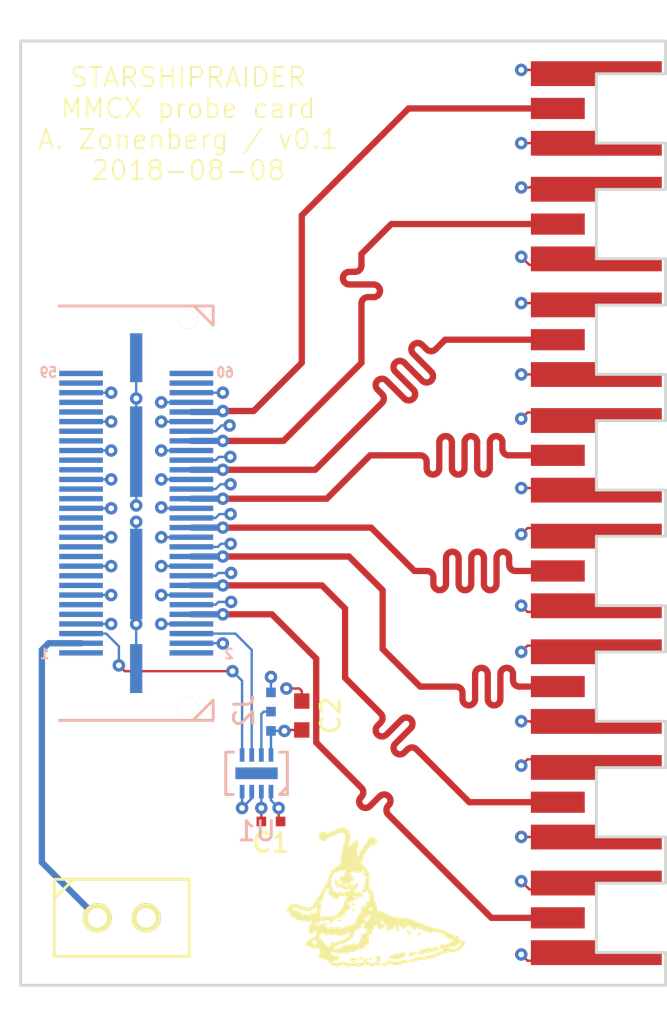
<source format=kicad_pcb>
(kicad_pcb (version 20171130) (host pcbnew "(5.0.1-dev-26-gedbf34c2b)")
  (layers (0 F.Cu signal) (1 In1.Cu signal) (2 In2.Cu signal) (31 B.Cu signal) (34 B.Paste user) (35 F.Paste user) (36 B.SilkS user) (37 F.SilkS user) (38 B.Mask user) (39 F.Mask user) (44 Edge.Cuts user))
  (net 0 "")
  (net 1 /3V3)
  (net 2 /GND)
  (net 3 /EEPROM_WP_N)
  (net 4 /I2C_SCL)
  (net 5 /I2C_SDA)
  (net 6 "Net-(J1-Pad2)")
  (net 7 "Net-(J1-Pad1)")
  (net 8 /VCCO_REF)
  (net 9 /DQ0)
  (net 10 "Net-(J1-Pad9)")
  (net 11 "Net-(J1-Pad11)")
  (net 12 /DQ1)
  (net 13 "Net-(J1-Pad15)")
  (net 14 "Net-(J1-Pad17)")
  (net 15 /DQ2)
  (net 16 "Net-(J1-Pad21)")
  (net 17 "Net-(J1-Pad23)")
  (net 18 /DQ3)
  (net 19 "Net-(J1-Pad27)")
  (net 20 "Net-(J1-Pad29)")
  (net 21 /DQ4)
  (net 22 "Net-(J1-Pad33)")
  (net 23 "Net-(J1-Pad35)")
  (net 24 /DQ5)
  (net 25 "Net-(J1-Pad39)")
  (net 26 "Net-(J1-Pad41)")
  (net 27 /DQ6)
  (net 28 "Net-(J1-Pad45)")
  (net 29 "Net-(J1-Pad47)")
  (net 30 /DQ7)
  (net 31 "Net-(J1-Pad51)")
  (net 32 "Net-(J1-Pad53)")
  (net 33 "Net-(J1-Pad58)")
  (net 34 "Net-(J1-Pad57)")
  (net 35 "Net-(J1-Pad60)")
  (net 36 "Net-(J1-Pad59)")
  (module azonenberg_pcb:CONN_MMCX_J_P_H_ST_EM1 (layer F.Cu) (at 64 22 270)
    (fp_text reference J10 hide)
    (fp_text value CONN_COAXIAL)
    (pad 2 smd rect (at 1.475 -1.705 270) (size 0.625 3.41) (layers F.Cu F.Paste F.Mask) (net 2 /GND))
    (pad 2 smd rect (at -1.475 -1.705 270) (size 0.625 3.41) (layers F.Cu F.Paste F.Mask) (net 2 /GND))
    (pad 2 smd rect (at 2.113 -3.4 270) (size 0.675 6.8) (layers F.Cu F.Paste F.Mask) (net 2 /GND))
    (pad 2 smd rect (at -2.113 -3.4 270) (size 0.675 6.8) (layers F.Cu F.Paste F.Mask) (net 2 /GND))
    (pad 1 smd rect (at 0 -1.4 270) (size 1.1 2.8) (layers F.Cu F.Paste F.Mask) (net 30 /DQ7))
  )
  (module azonenberg_pcb:CONN_MMCX_J_P_H_ST_EM1 (layer F.Cu) (at 64 28 270)
    (fp_text reference J9 hide)
    (fp_text value CONN_COAXIAL)
    (pad 1 smd rect (at 0 -1.4 270) (size 1.1 2.8) (layers F.Cu F.Paste F.Mask) (net 27 /DQ6))
    (pad 2 smd rect (at -2.113 -3.4 270) (size 0.675 6.8) (layers F.Cu F.Paste F.Mask) (net 2 /GND))
    (pad 2 smd rect (at 2.113 -3.4 270) (size 0.675 6.8) (layers F.Cu F.Paste F.Mask) (net 2 /GND))
    (pad 2 smd rect (at -1.475 -1.705 270) (size 0.625 3.41) (layers F.Cu F.Paste F.Mask) (net 2 /GND))
    (pad 2 smd rect (at 1.475 -1.705 270) (size 0.625 3.41) (layers F.Cu F.Paste F.Mask) (net 2 /GND))
  )
  (module azonenberg_pcb:CONN_MMCX_J_P_H_ST_EM1 (layer F.Cu) (at 64 34 270)
    (fp_text reference J8 hide)
    (fp_text value CONN_COAXIAL)
    (pad 2 smd rect (at 1.475 -1.705 270) (size 0.625 3.41) (layers F.Cu F.Paste F.Mask) (net 2 /GND))
    (pad 2 smd rect (at -1.475 -1.705 270) (size 0.625 3.41) (layers F.Cu F.Paste F.Mask) (net 2 /GND))
    (pad 2 smd rect (at 2.113 -3.4 270) (size 0.675 6.8) (layers F.Cu F.Paste F.Mask) (net 2 /GND))
    (pad 2 smd rect (at -2.113 -3.4 270) (size 0.675 6.8) (layers F.Cu F.Paste F.Mask) (net 2 /GND))
    (pad 1 smd rect (at 0 -1.4 270) (size 1.1 2.8) (layers F.Cu F.Paste F.Mask) (net 24 /DQ5))
  )
  (module azonenberg_pcb:CONN_MMCX_J_P_H_ST_EM1 (layer F.Cu) (at 64 40 270)
    (fp_text reference J7 hide)
    (fp_text value CONN_COAXIAL)
    (pad 1 smd rect (at 0 -1.4 270) (size 1.1 2.8) (layers F.Cu F.Paste F.Mask) (net 21 /DQ4))
    (pad 2 smd rect (at -2.113 -3.4 270) (size 0.675 6.8) (layers F.Cu F.Paste F.Mask) (net 2 /GND))
    (pad 2 smd rect (at 2.113 -3.4 270) (size 0.675 6.8) (layers F.Cu F.Paste F.Mask) (net 2 /GND))
    (pad 2 smd rect (at -1.475 -1.705 270) (size 0.625 3.41) (layers F.Cu F.Paste F.Mask) (net 2 /GND))
    (pad 2 smd rect (at 1.475 -1.705 270) (size 0.625 3.41) (layers F.Cu F.Paste F.Mask) (net 2 /GND))
  )
  (module azonenberg_pcb:CONN_MMCX_J_P_H_ST_EM1 (layer F.Cu) (at 64 46 270)
    (fp_text reference J6 hide)
    (fp_text value CONN_COAXIAL)
    (pad 2 smd rect (at 1.475 -1.705 270) (size 0.625 3.41) (layers F.Cu F.Paste F.Mask) (net 2 /GND))
    (pad 2 smd rect (at -1.475 -1.705 270) (size 0.625 3.41) (layers F.Cu F.Paste F.Mask) (net 2 /GND))
    (pad 2 smd rect (at 2.113 -3.4 270) (size 0.675 6.8) (layers F.Cu F.Paste F.Mask) (net 2 /GND))
    (pad 2 smd rect (at -2.113 -3.4 270) (size 0.675 6.8) (layers F.Cu F.Paste F.Mask) (net 2 /GND))
    (pad 1 smd rect (at 0 -1.4 270) (size 1.1 2.8) (layers F.Cu F.Paste F.Mask) (net 18 /DQ3))
  )
  (module azonenberg_pcb:CONN_MMCX_J_P_H_ST_EM1 (layer F.Cu) (at 64 52 270)
    (fp_text reference J5 hide)
    (fp_text value CONN_COAXIAL)
    (pad 1 smd rect (at 0 -1.4 270) (size 1.1 2.8) (layers F.Cu F.Paste F.Mask) (net 15 /DQ2))
    (pad 2 smd rect (at -2.113 -3.4 270) (size 0.675 6.8) (layers F.Cu F.Paste F.Mask) (net 2 /GND))
    (pad 2 smd rect (at 2.113 -3.4 270) (size 0.675 6.8) (layers F.Cu F.Paste F.Mask) (net 2 /GND))
    (pad 2 smd rect (at -1.475 -1.705 270) (size 0.625 3.41) (layers F.Cu F.Paste F.Mask) (net 2 /GND))
    (pad 2 smd rect (at 1.475 -1.705 270) (size 0.625 3.41) (layers F.Cu F.Paste F.Mask) (net 2 /GND))
  )
  (module azonenberg_pcb:CONN_MMCX_J_P_H_ST_EM1 (layer F.Cu) (at 64 58 270)
    (fp_text reference J4 hide)
    (fp_text value CONN_COAXIAL)
    (pad 2 smd rect (at 1.475 -1.705 270) (size 0.625 3.41) (layers F.Cu F.Paste F.Mask) (net 2 /GND))
    (pad 2 smd rect (at -1.475 -1.705 270) (size 0.625 3.41) (layers F.Cu F.Paste F.Mask) (net 2 /GND))
    (pad 2 smd rect (at 2.113 -3.4 270) (size 0.675 6.8) (layers F.Cu F.Paste F.Mask) (net 2 /GND))
    (pad 2 smd rect (at -2.113 -3.4 270) (size 0.675 6.8) (layers F.Cu F.Paste F.Mask) (net 2 /GND))
    (pad 1 smd rect (at 0 -1.4 270) (size 1.1 2.8) (layers F.Cu F.Paste F.Mask) (net 12 /DQ1))
  )
  (module azonenberg_pcb:CONN_MMCX_J_P_H_ST_EM1 (layer F.Cu) (at 64 64 270)
    (fp_text reference J3 hide)
    (fp_text value CONN_COAXIAL)
    (pad 1 smd rect (at 0 -1.4 270) (size 1.1 2.8) (layers F.Cu F.Paste F.Mask) (net 9 /DQ0))
    (pad 2 smd rect (at -2.113 -3.4 270) (size 0.675 6.8) (layers F.Cu F.Paste F.Mask) (net 2 /GND))
    (pad 2 smd rect (at 2.113 -3.4 270) (size 0.675 6.8) (layers F.Cu F.Paste F.Mask) (net 2 /GND))
    (pad 2 smd rect (at -1.475 -1.705 270) (size 0.625 3.41) (layers F.Cu F.Paste F.Mask) (net 2 /GND))
    (pad 2 smd rect (at 1.475 -1.705 270) (size 0.625 3.41) (layers F.Cu F.Paste F.Mask) (net 2 /GND))
  )
  (module azonenberg_pcb:CONN_HEADER_2.54MM_1x2 (layer F.Cu) (at 42.75 64)
    (fp_text reference J11 hide)
    (fp_text value CONN_01X02)
    (pad 1 thru_hole circle (at -1.27 0) (size 1.524 1.524) (drill 1) (layers *.Cu *.Mask F.SilkS) (net 8 /VCCO_REF))
    (pad 2 thru_hole circle (at 1.27 0) (size 1.524 1.524) (drill 1) (layers *.Cu *.Mask F.SilkS) (net 2 /GND))
  )
  (module azonenberg_pcb:CONN_SAMTEC_QSH-030-01-L-D-A (layer B.Cu) (at 43.5 43)
    (fp_text reference J1 hide)
    (fp_text value STARSHIPRAIDER_PROBE_MODULE hide)
    (fp_text user 59 (at -4.565 -7.3) (layer B.SilkS) (effects (font (size 0.508 0.457) (thickness 0.11425)) (justify mirror)))
    (fp_text user 60 (at 4.615 -7.3) (layer B.SilkS) (effects (font (size 0.508 0.457) (thickness 0.11425)) (justify mirror)))
    (fp_text user 2 (at 4.815 7.3) (layer B.SilkS) (effects (font (size 0.508 0.457) (thickness 0.11425)) (justify mirror)))
    (fp_text user 1 (at -4.765 7.3) (layer B.SilkS) (effects (font (size 0.508 0.457) (thickness 0.11425)) (justify mirror)))
    (pad 2 smd rect (at 2.865 7.25) (size 2.27 0.279) (layers B.Cu B.Paste B.Mask) (net 6 "Net-(J1-Pad2)"))
    (pad 1 smd rect (at -2.865 7.25) (size 2.27 0.279) (layers B.Cu B.Paste B.Mask) (net 7 "Net-(J1-Pad1)"))
    (pad 4 smd rect (at 2.865 6.75) (size 2.27 0.279) (layers B.Cu B.Paste B.Mask) (net 1 /3V3))
    (pad 3 smd rect (at -2.865 6.75) (size 2.27 0.279) (layers B.Cu B.Paste B.Mask) (net 8 /VCCO_REF))
    (pad 6 smd rect (at 2.865 6.25) (size 2.27 0.279) (layers B.Cu B.Paste B.Mask) (net 5 /I2C_SDA))
    (pad 5 smd rect (at -2.865 6.25) (size 2.27 0.279) (layers B.Cu B.Paste B.Mask) (net 4 /I2C_SCL))
    (pad 8 smd rect (at 2.865 5.75) (size 2.27 0.279) (layers B.Cu B.Paste B.Mask) (net 2 /GND))
    (pad 7 smd rect (at -2.865 5.75) (size 2.27 0.279) (layers B.Cu B.Paste B.Mask) (net 2 /GND))
    (pad 10 smd rect (at 2.865 5.25) (size 2.27 0.279) (layers B.Cu B.Paste B.Mask) (net 9 /DQ0))
    (pad 9 smd rect (at -2.865 5.25) (size 2.27 0.279) (layers B.Cu B.Paste B.Mask) (net 10 "Net-(J1-Pad9)"))
    (pad 12 smd rect (at 2.865 4.75) (size 2.27 0.279) (layers B.Cu B.Paste B.Mask) (net 2 /GND))
    (pad 11 smd rect (at -2.865 4.75) (size 2.27 0.279) (layers B.Cu B.Paste B.Mask) (net 11 "Net-(J1-Pad11)"))
    (pad 14 smd rect (at 2.865 4.25) (size 2.27 0.279) (layers B.Cu B.Paste B.Mask) (net 2 /GND))
    (pad 13 smd rect (at -2.865 4.25) (size 2.27 0.279) (layers B.Cu B.Paste B.Mask) (net 2 /GND))
    (pad 16 smd rect (at 2.865 3.75) (size 2.27 0.279) (layers B.Cu B.Paste B.Mask) (net 12 /DQ1))
    (pad 15 smd rect (at -2.865 3.75) (size 2.27 0.279) (layers B.Cu B.Paste B.Mask) (net 13 "Net-(J1-Pad15)"))
    (pad 18 smd rect (at 2.865 3.25) (size 2.27 0.279) (layers B.Cu B.Paste B.Mask) (net 2 /GND))
    (pad 17 smd rect (at -2.865 3.25) (size 2.27 0.279) (layers B.Cu B.Paste B.Mask) (net 14 "Net-(J1-Pad17)"))
    (pad 20 smd rect (at 2.865 2.75) (size 2.27 0.279) (layers B.Cu B.Paste B.Mask) (net 2 /GND))
    (pad 19 smd rect (at -2.865 2.75) (size 2.27 0.279) (layers B.Cu B.Paste B.Mask) (net 2 /GND))
    (pad 22 smd rect (at 2.865 2.25) (size 2.27 0.279) (layers B.Cu B.Paste B.Mask) (net 15 /DQ2))
    (pad 21 smd rect (at -2.865 2.25) (size 2.27 0.279) (layers B.Cu B.Paste B.Mask) (net 16 "Net-(J1-Pad21)"))
    (pad 24 smd rect (at 2.865 1.75) (size 2.27 0.279) (layers B.Cu B.Paste B.Mask) (net 2 /GND))
    (pad 23 smd rect (at -2.865 1.75) (size 2.27 0.279) (layers B.Cu B.Paste B.Mask) (net 17 "Net-(J1-Pad23)"))
    (pad 26 smd rect (at 2.865 1.25) (size 2.27 0.279) (layers B.Cu B.Paste B.Mask) (net 2 /GND))
    (pad 25 smd rect (at -2.865 1.25) (size 2.27 0.279) (layers B.Cu B.Paste B.Mask) (net 2 /GND))
    (pad 28 smd rect (at 2.865 0.75) (size 2.27 0.279) (layers B.Cu B.Paste B.Mask) (net 18 /DQ3))
    (pad 27 smd rect (at -2.865 0.75) (size 2.27 0.279) (layers B.Cu B.Paste B.Mask) (net 19 "Net-(J1-Pad27)"))
    (pad 30 smd rect (at 2.865 0.25) (size 2.27 0.279) (layers B.Cu B.Paste B.Mask) (net 2 /GND))
    (pad 29 smd rect (at -2.865 0.25) (size 2.27 0.279) (layers B.Cu B.Paste B.Mask) (net 20 "Net-(J1-Pad29)"))
    (pad 32 smd rect (at 2.865 -0.25) (size 2.27 0.279) (layers B.Cu B.Paste B.Mask) (net 2 /GND))
    (pad 31 smd rect (at -2.865 -0.25) (size 2.27 0.279) (layers B.Cu B.Paste B.Mask) (net 2 /GND))
    (pad 34 smd rect (at 2.865 -0.75) (size 2.27 0.279) (layers B.Cu B.Paste B.Mask) (net 21 /DQ4))
    (pad 33 smd rect (at -2.865 -0.75) (size 2.27 0.279) (layers B.Cu B.Paste B.Mask) (net 22 "Net-(J1-Pad33)"))
    (pad 36 smd rect (at 2.865 -1.25) (size 2.27 0.279) (layers B.Cu B.Paste B.Mask) (net 2 /GND))
    (pad 35 smd rect (at -2.865 -1.25) (size 2.27 0.279) (layers B.Cu B.Paste B.Mask) (net 23 "Net-(J1-Pad35)"))
    (pad 38 smd rect (at 2.865 -1.75) (size 2.27 0.279) (layers B.Cu B.Paste B.Mask) (net 2 /GND))
    (pad 37 smd rect (at -2.865 -1.75) (size 2.27 0.279) (layers B.Cu B.Paste B.Mask) (net 2 /GND))
    (pad 40 smd rect (at 2.865 -2.25) (size 2.27 0.279) (layers B.Cu B.Paste B.Mask) (net 24 /DQ5))
    (pad 39 smd rect (at -2.865 -2.25) (size 2.27 0.279) (layers B.Cu B.Paste B.Mask) (net 25 "Net-(J1-Pad39)"))
    (pad 42 smd rect (at 2.865 -2.75) (size 2.27 0.279) (layers B.Cu B.Paste B.Mask) (net 2 /GND))
    (pad 41 smd rect (at -2.865 -2.75) (size 2.27 0.279) (layers B.Cu B.Paste B.Mask) (net 26 "Net-(J1-Pad41)"))
    (pad 44 smd rect (at 2.865 -3.25) (size 2.27 0.279) (layers B.Cu B.Paste B.Mask) (net 2 /GND))
    (pad 43 smd rect (at -2.865 -3.25) (size 2.27 0.279) (layers B.Cu B.Paste B.Mask) (net 2 /GND))
    (pad 46 smd rect (at 2.865 -3.75) (size 2.27 0.279) (layers B.Cu B.Paste B.Mask) (net 27 /DQ6))
    (pad 45 smd rect (at -2.865 -3.75) (size 2.27 0.279) (layers B.Cu B.Paste B.Mask) (net 28 "Net-(J1-Pad45)"))
    (pad 48 smd rect (at 2.865 -4.25) (size 2.27 0.279) (layers B.Cu B.Paste B.Mask) (net 2 /GND))
    (pad 47 smd rect (at -2.865 -4.25) (size 2.27 0.279) (layers B.Cu B.Paste B.Mask) (net 29 "Net-(J1-Pad47)"))
    (pad 50 smd rect (at 2.865 -4.75) (size 2.27 0.279) (layers B.Cu B.Paste B.Mask) (net 2 /GND))
    (pad 49 smd rect (at -2.865 -4.75) (size 2.27 0.279) (layers B.Cu B.Paste B.Mask) (net 2 /GND))
    (pad 52 smd rect (at 2.865 -5.25) (size 2.27 0.279) (layers B.Cu B.Paste B.Mask) (net 30 /DQ7))
    (pad 51 smd rect (at -2.865 -5.25) (size 2.27 0.279) (layers B.Cu B.Paste B.Mask) (net 31 "Net-(J1-Pad51)"))
    (pad 54 smd rect (at 2.865 -5.75) (size 2.27 0.279) (layers B.Cu B.Paste B.Mask) (net 2 /GND))
    (pad 53 smd rect (at -2.865 -5.75) (size 2.27 0.279) (layers B.Cu B.Paste B.Mask) (net 32 "Net-(J1-Pad53)"))
    (pad 56 smd rect (at 2.865 -6.25) (size 2.27 0.279) (layers B.Cu B.Paste B.Mask) (net 2 /GND))
    (pad 55 smd rect (at -2.865 -6.25) (size 2.27 0.279) (layers B.Cu B.Paste B.Mask) (net 2 /GND))
    (pad 58 smd rect (at 2.865 -6.75) (size 2.27 0.279) (layers B.Cu B.Paste B.Mask) (net 33 "Net-(J1-Pad58)"))
    (pad 57 smd rect (at -2.865 -6.75) (size 2.27 0.279) (layers B.Cu B.Paste B.Mask) (net 34 "Net-(J1-Pad57)"))
    (pad 60 smd rect (at 2.865 -7.25) (size 2.27 0.279) (layers B.Cu B.Paste B.Mask) (net 35 "Net-(J1-Pad60)"))
    (pad "" thru_hole circle (at 2.67 -10.065) (size 1.02 1.02) (drill 1.02) (layers *.Cu *.Mask B.SilkS))
    (pad GND smd rect (at 0 8.065) (size 0.64 2.54) (layers B.Cu B.Paste B.Mask) (net 2 /GND))
    (pad GND smd rect (at 0 -8.065) (size 0.64 2.54) (layers B.Cu B.Paste B.Mask) (net 2 /GND))
    (pad GND smd rect (at 0 3.159) (size 0.64 4.7) (layers B.Cu B.Paste B.Mask) (net 2 /GND))
    (pad GND smd rect (at 0 -3.191) (size 0.64 4.7) (layers B.Cu B.Paste B.Mask) (net 2 /GND))
    (pad 59 smd rect (at -2.865 -7.25) (size 2.27 0.279) (layers B.Cu B.Paste B.Mask) (net 36 "Net-(J1-Pad59)"))
    (pad "" thru_hole circle (at 2.67 10.065) (size 1.02 1.02) (drill 1.02) (layers *.Cu *.Mask B.SilkS))
  )
  (module azonenberg_pcb:DFN_8_0.5MM_2x3MM (layer B.Cu) (at 49.75 56.5 180)
    (fp_text reference U1 (at 0 -3 180) (layer B.SilkS) (effects (justify mirror)))
    (fp_text value 24C04-DFN8 hide)
    (pad PAD smd rect (at 0 0 180) (size 2.2 0.61) (layers B.Cu B.Paste B.Mask))
    (pad 1 smd rect (at -0.75 -0.95 180) (size 0.25 0.7) (layers B.Cu B.Paste B.Mask) (net 2 /GND))
    (pad 2 smd rect (at -0.25 -0.95 180) (size 0.25 0.7) (layers B.Cu B.Paste B.Mask) (net 1 /3V3))
    (pad 3 smd rect (at 0.25 -0.95 180) (size 0.25 0.7) (layers B.Cu B.Paste B.Mask) (net 2 /GND))
    (pad 4 smd rect (at 0.75 -0.95 180) (size 0.25 0.7) (layers B.Cu B.Paste B.Mask) (net 2 /GND))
    (pad 5 smd rect (at 0.75 0.95 180) (size 0.25 0.7) (layers B.Cu B.Paste B.Mask) (net 4 /I2C_SCL))
    (pad 6 smd rect (at 0.25 0.95 180) (size 0.25 0.7) (layers B.Cu B.Paste B.Mask) (net 5 /I2C_SDA))
    (pad 7 smd rect (at -0.25 0.95 180) (size 0.25 0.7) (layers B.Cu B.Paste B.Mask) (net 3 /EEPROM_WP_N))
    (pad 8 smd rect (at -0.75 0.95 180) (size 0.25 0.7) (layers B.Cu B.Paste B.Mask) (net 1 /3V3))
  )
  (module azonenberg_pcb:EIA_0402_CAP_NOSILK (layer F.Cu) (at 50.5 59)
    (fp_text reference C1 (at 0 1.1) (layer F.SilkS))
    (fp_text value "0.47 uF" hide)
    (pad 1 smd rect (at -0.5 0) (size 0.5 0.5) (layers F.Cu F.Paste F.Mask) (net 1 /3V3))
    (pad 2 smd rect (at 0.5 0) (size 0.5 0.5) (layers F.Cu F.Paste F.Mask) (net 2 /GND))
  )
  (module azonenberg_pcb:EIA_0402_JUMPER (layer B.Cu) (at 50.5 53.3 90)
    (fp_text reference J2 (at 0.05 -1.4 90) (layer B.SilkS) (effects (justify mirror)))
    (fp_text value JUMPER_0402_SPDT hide)
    (pad 1 smd rect (at -1 0 90) (size 0.5 0.5) (layers B.Cu B.Paste B.Mask) (net 1 /3V3))
    (pad 2 smd rect (at 0 0 90) (size 0.5 0.5) (layers B.Cu B.Paste B.Mask) (net 3 /EEPROM_WP_N))
    (pad 3 smd rect (at 1 0 90) (size 0.5 0.5) (layers B.Cu B.Paste B.Mask) (net 2 /GND))
  )
  (module azonenberg_pcb:EIA_0603_CAP_NOSILK (layer F.Cu) (at 52.1 53.5 90)
    (fp_text reference C2 (at 0 1.5 90) (layer F.SilkS))
    (fp_text value "4.7 uF" hide)
    (pad 1 smd rect (at -0.75 0 90) (size 0.8 0.8) (layers F.Cu F.Paste F.Mask) (net 1 /3V3))
    (pad 2 smd rect (at 0.75 0 90) (size 0.8 0.8) (layers F.Cu F.Paste F.Mask) (net 2 /GND))
  )
  (module azonenberg_pcb:LONGTHING-1200DPI (layer F.Cu) (at 56.5 63.3)
    (fp_text reference G*** hide)
    (fp_text value LOGO hide)
  )
  (gr_text "STARSHIPRAIDER\nMMCX probe card\nA. Zonenberg / v0.1\n2018-08-08" (at 46.2 22.8) (layer F.SilkS) (effects (font (size 1 1) (thickness 0.1))))
  (gr_line (start 71 20.2) (end 71 18.5) (layer Edge.Cuts) (width 0.15))
  (gr_line (start 67.4 20.2) (end 71 20.2) (layer Edge.Cuts) (width 0.15))
  (gr_line (start 67.4 23.8) (end 67.4 20.2) (layer Edge.Cuts) (width 0.15))
  (gr_line (start 71 23.8) (end 67.4 23.8) (layer Edge.Cuts) (width 0.15))
  (gr_line (start 71 26.2) (end 71 23.8) (layer Edge.Cuts) (width 0.15))
  (gr_line (start 67.4 26.2) (end 71 26.2) (layer Edge.Cuts) (width 0.15))
  (gr_line (start 67.4 29.8) (end 67.4 26.2) (layer Edge.Cuts) (width 0.15))
  (gr_line (start 71 29.8) (end 67.4 29.8) (layer Edge.Cuts) (width 0.15))
  (gr_line (start 71 32.2) (end 71 29.8) (layer Edge.Cuts) (width 0.15))
  (gr_line (start 67.4 32.2) (end 71 32.2) (layer Edge.Cuts) (width 0.15))
  (gr_line (start 67.4 35.8) (end 67.4 32.2) (layer Edge.Cuts) (width 0.15))
  (gr_line (start 71 35.8) (end 67.4 35.8) (layer Edge.Cuts) (width 0.15))
  (gr_line (start 71 38.2) (end 71 35.8) (layer Edge.Cuts) (width 0.15))
  (gr_line (start 67.4 38.2) (end 71 38.2) (layer Edge.Cuts) (width 0.15))
  (gr_line (start 67.4 41.8) (end 67.4 38.2) (layer Edge.Cuts) (width 0.15))
  (gr_line (start 71 41.8) (end 67.4 41.8) (layer Edge.Cuts) (width 0.15))
  (gr_line (start 71 44.2) (end 71 41.8) (layer Edge.Cuts) (width 0.15))
  (gr_line (start 67.4 44.2) (end 71 44.2) (layer Edge.Cuts) (width 0.15))
  (gr_line (start 67.4 47.8) (end 67.4 44.2) (layer Edge.Cuts) (width 0.15))
  (gr_line (start 71 47.8) (end 67.4 47.8) (layer Edge.Cuts) (width 0.15))
  (gr_line (start 71 50.2) (end 71 47.8) (layer Edge.Cuts) (width 0.15))
  (gr_line (start 67.4 50.2) (end 71 50.2) (layer Edge.Cuts) (width 0.15))
  (gr_line (start 67.4 53.8) (end 67.4 50.2) (layer Edge.Cuts) (width 0.15))
  (gr_line (start 71 53.8) (end 67.4 53.8) (layer Edge.Cuts) (width 0.15))
  (gr_line (start 71 56.2) (end 71 53.8) (layer Edge.Cuts) (width 0.15))
  (gr_line (start 67.4 56.2) (end 71 56.2) (layer Edge.Cuts) (width 0.15))
  (gr_line (start 67.4 59.8) (end 67.4 56.2) (layer Edge.Cuts) (width 0.15))
  (gr_line (start 71 59.8) (end 67.4 59.8) (layer Edge.Cuts) (width 0.15))
  (gr_line (start 71 62.2) (end 71 59.8) (layer Edge.Cuts) (width 0.15))
  (gr_line (start 67.4 62.2) (end 71 62.2) (layer Edge.Cuts) (width 0.15))
  (gr_line (start 67.4 65.8) (end 67.4 62.2) (layer Edge.Cuts) (width 0.15))
  (gr_line (start 71 65.8) (end 67.4 65.8) (layer Edge.Cuts) (width 0.15))
  (gr_line (start 71 67.5) (end 71 65.8) (layer Edge.Cuts) (width 0.15))
  (gr_line (start 37.5 67.5) (end 71 67.5) (layer Edge.Cuts) (width 0.15))
  (gr_line (start 37.5 18.5) (end 37.5 67.5) (layer Edge.Cuts) (width 0.15))
  (gr_line (start 71 18.5) (end 37.5 18.5) (layer Edge.Cuts) (width 0.15))
  (segment (start 50.5 55.075) (end 50.5 54.3) (width 0.125) (layer B.Cu) (net 1))
  (segment (start 50.5 55.55) (end 50.5 55.075) (width 0.125) (layer B.Cu) (net 1))
  (via (at 48 49.7625) (size 0.65) (drill 0.3) (layers F.Cu B.Cu) (net 1))
  (segment (start 47.9875 49.75) (end 48 49.7625) (width 0.125) (layer B.Cu) (net 1))
  (segment (start 46.365 49.75) (end 47.9875 49.75) (width 0.125) (layer B.Cu) (net 1))
  (via (at 51.2 54.3) (size 0.65) (drill 0.3) (layers F.Cu B.Cu) (net 1))
  (segment (start 51.2 54.3) (end 50.5 54.3) (width 0.125) (layer B.Cu) (net 1))
  (via (at 50 58.3) (size 0.65) (drill 0.3) (layers F.Cu B.Cu) (net 1))
  (segment (start 50 57.45) (end 50 58.3) (width 0.125) (layer B.Cu) (net 1))
  (segment (start 51.25 54.25) (end 51.2 54.3) (width 0.125) (layer F.Cu) (net 1))
  (segment (start 52.1 54.25) (end 51.25 54.25) (width 0.125) (layer F.Cu) (net 1))
  (segment (start 50 58.3) (end 50 59) (width 0.125) (layer F.Cu) (net 1))
  (via (at 48 36.75) (size 0.65) (drill 0.3) (layers F.Cu B.Cu) (net 2))
  (segment (start 46.365 36.75) (end 48 36.75) (width 0.125) (layer B.Cu) (net 2))
  (via (at 44.8 37.25) (size 0.65) (drill 0.3) (layers F.Cu B.Cu) (net 2))
  (segment (start 44.8 37.25) (end 46.365 37.25) (width 0.125) (layer B.Cu) (net 2))
  (via (at 44.8 38.25) (size 0.65) (drill 0.3) (layers F.Cu B.Cu) (net 2))
  (segment (start 46.365 38.25) (end 44.8 38.25) (width 0.125) (layer B.Cu) (net 2))
  (via (at 48.35 38.45) (size 0.65) (drill 0.3) (layers F.Cu B.Cu) (net 2))
  (segment (start 47.925 38.45) (end 48.35 38.45) (width 0.125) (layer B.Cu) (net 2))
  (segment (start 47.625 38.75) (end 47.925 38.45) (width 0.125) (layer B.Cu) (net 2))
  (segment (start 46.365 38.75) (end 47.625 38.75) (width 0.125) (layer B.Cu) (net 2))
  (via (at 44.8 39.75) (size 0.65) (drill 0.3) (layers F.Cu B.Cu) (net 2))
  (segment (start 46.365 39.75) (end 44.8 39.75) (width 0.125) (layer B.Cu) (net 2))
  (via (at 48.390501 40.08057) (size 0.65) (drill 0.3) (layers F.Cu B.Cu) (net 2))
  (segment (start 47.625 40.25) (end 47.79443 40.08057) (width 0.125) (layer B.Cu) (net 2))
  (segment (start 47.79443 40.08057) (end 48.390501 40.08057) (width 0.125) (layer B.Cu) (net 2))
  (segment (start 46.365 40.25) (end 47.625 40.25) (width 0.125) (layer B.Cu) (net 2))
  (via (at 44.8 41.25) (size 0.65) (drill 0.3) (layers F.Cu B.Cu) (net 2))
  (segment (start 46.365 41.25) (end 44.8 41.25) (width 0.125) (layer B.Cu) (net 2))
  (via (at 48.4 41.5) (size 0.65) (drill 0.3) (layers F.Cu B.Cu) (net 2))
  (segment (start 47.875 41.5) (end 48.4 41.5) (width 0.125) (layer B.Cu) (net 2))
  (segment (start 47.625 41.75) (end 47.875 41.5) (width 0.125) (layer B.Cu) (net 2))
  (segment (start 46.365 41.75) (end 47.625 41.75) (width 0.125) (layer B.Cu) (net 2))
  (via (at 44.8 42.7) (size 0.65) (drill 0.3) (layers F.Cu B.Cu) (net 2))
  (segment (start 44.85 42.75) (end 44.8 42.7) (width 0.125) (layer B.Cu) (net 2))
  (segment (start 46.365 42.75) (end 44.85 42.75) (width 0.125) (layer B.Cu) (net 2))
  (via (at 48.4 43.05) (size 0.65) (drill 0.3) (layers F.Cu B.Cu) (net 2))
  (segment (start 47.825 43.05) (end 48.4 43.05) (width 0.125) (layer B.Cu) (net 2))
  (segment (start 47.625 43.25) (end 47.825 43.05) (width 0.125) (layer B.Cu) (net 2))
  (segment (start 46.365 43.25) (end 47.625 43.25) (width 0.125) (layer B.Cu) (net 2))
  (via (at 44.8 44.25) (size 0.65) (drill 0.3) (layers F.Cu B.Cu) (net 2))
  (segment (start 46.365 44.25) (end 44.8 44.25) (width 0.125) (layer B.Cu) (net 2))
  (segment (start 47.901535 44.589963) (end 48.406177 44.589963) (width 0.125) (layer B.Cu) (net 2))
  (segment (start 47.741498 44.75) (end 47.901535 44.589963) (width 0.125) (layer B.Cu) (net 2))
  (via (at 48.406177 44.589963) (size 0.65) (drill 0.3) (layers F.Cu B.Cu) (net 2))
  (segment (start 46.365 44.75) (end 47.741498 44.75) (width 0.125) (layer B.Cu) (net 2))
  (via (at 44.8 45.75) (size 0.65) (drill 0.3) (layers F.Cu B.Cu) (net 2))
  (segment (start 46.365 45.75) (end 44.8 45.75) (width 0.125) (layer B.Cu) (net 2))
  (via (at 48.429893 46.10516) (size 0.65) (drill 0.3) (layers F.Cu B.Cu) (net 2))
  (segment (start 47.76984 46.10516) (end 48.429893 46.10516) (width 0.125) (layer B.Cu) (net 2))
  (segment (start 47.625 46.25) (end 47.76984 46.10516) (width 0.125) (layer B.Cu) (net 2))
  (segment (start 46.365 46.25) (end 47.625 46.25) (width 0.125) (layer B.Cu) (net 2))
  (segment (start 46.365 47.25) (end 44.8 47.25) (width 0.125) (layer B.Cu) (net 2))
  (via (at 44.8 47.25) (size 0.65) (drill 0.3) (layers F.Cu B.Cu) (net 2))
  (via (at 48.429893 47.60516) (size 0.65) (drill 0.3) (layers F.Cu B.Cu) (net 2))
  (segment (start 47.76984 47.60516) (end 48.429893 47.60516) (width 0.125) (layer B.Cu) (net 2))
  (segment (start 47.625 47.75) (end 47.76984 47.60516) (width 0.125) (layer B.Cu) (net 2))
  (segment (start 46.365 47.75) (end 47.625 47.75) (width 0.125) (layer B.Cu) (net 2))
  (via (at 44.8 48.75) (size 0.65) (drill 0.3) (layers F.Cu B.Cu) (net 2))
  (segment (start 46.365 48.75) (end 44.8 48.75) (width 0.125) (layer B.Cu) (net 2))
  (via (at 42.2 36.75) (size 0.65) (drill 0.3) (layers F.Cu B.Cu) (net 2))
  (segment (start 40.635 36.75) (end 42.2 36.75) (width 0.125) (layer B.Cu) (net 2))
  (via (at 42.2 38.25) (size 0.65) (drill 0.3) (layers F.Cu B.Cu) (net 2))
  (segment (start 42.2 38.25) (end 40.635 38.25) (width 0.125) (layer B.Cu) (net 2))
  (via (at 42.2 39.75) (size 0.65) (drill 0.3) (layers F.Cu B.Cu) (net 2))
  (segment (start 42.2 39.75) (end 40.635 39.75) (width 0.125) (layer B.Cu) (net 2))
  (via (at 42.2 41.25) (size 0.65) (drill 0.3) (layers F.Cu B.Cu) (net 2))
  (segment (start 42.2 41.25) (end 40.635 41.25) (width 0.125) (layer B.Cu) (net 2))
  (via (at 42.2 42.75) (size 0.65) (drill 0.3) (layers F.Cu B.Cu) (net 2))
  (segment (start 42.2 42.75) (end 40.635 42.75) (width 0.125) (layer B.Cu) (net 2))
  (via (at 42.2 44.25) (size 0.65) (drill 0.3) (layers F.Cu B.Cu) (net 2))
  (segment (start 42.2 44.25) (end 40.635 44.25) (width 0.125) (layer B.Cu) (net 2))
  (via (at 42.2 45.75) (size 0.65) (drill 0.3) (layers F.Cu B.Cu) (net 2))
  (segment (start 42.2 45.75) (end 40.635 45.75) (width 0.125) (layer B.Cu) (net 2))
  (via (at 42.2 47.25) (size 0.65) (drill 0.3) (layers F.Cu B.Cu) (net 2))
  (segment (start 42.2 47.25) (end 40.635 47.25) (width 0.125) (layer B.Cu) (net 2))
  (via (at 42.2 48.75) (size 0.65) (drill 0.3) (layers F.Cu B.Cu) (net 2))
  (segment (start 42.2 48.75) (end 40.635 48.75) (width 0.125) (layer B.Cu) (net 2))
  (via (at 43.5 48.75) (size 0.65) (drill 0.3) (layers F.Cu B.Cu) (net 2))
  (segment (start 43.5 46.159) (end 43.5 48.75) (width 0.125) (layer B.Cu) (net 2))
  (segment (start 43.5 48.75) (end 43.5 51.065) (width 0.125) (layer B.Cu) (net 2))
  (via (at 43.5 43.45) (size 0.65) (drill 0.3) (layers F.Cu B.Cu) (net 2))
  (segment (start 43.5 46.159) (end 43.5 43.45) (width 0.125) (layer B.Cu) (net 2))
  (via (at 43.5 42.6) (size 0.65) (drill 0.3) (layers F.Cu B.Cu) (net 2))
  (segment (start 43.5 42.6) (end 43.5 39.809) (width 0.125) (layer B.Cu) (net 2))
  (via (at 43.5 37.05) (size 0.65) (drill 0.3) (layers F.Cu B.Cu) (net 2))
  (segment (start 43.5 39.809) (end 43.5 37.05) (width 0.125) (layer B.Cu) (net 2))
  (segment (start 43.5 37.05) (end 43.5 34.935) (width 0.125) (layer B.Cu) (net 2))
  (segment (start 65.705 23.9125) (end 65.705 23.475) (width 0.125) (layer F.Cu) (net 2))
  (segment (start 65.9055 24.113) (end 65.705 23.9125) (width 0.125) (layer F.Cu) (net 2))
  (segment (start 67.4 24.113) (end 65.9055 24.113) (width 0.125) (layer F.Cu) (net 2))
  (segment (start 65.9055 19.887) (end 65.705 20.0875) (width 0.125) (layer F.Cu) (net 2))
  (segment (start 67.4 19.887) (end 65.9055 19.887) (width 0.125) (layer F.Cu) (net 2))
  (segment (start 65.705 26.0875) (end 65.705 26.525) (width 0.125) (layer F.Cu) (net 2))
  (segment (start 65.9055 25.887) (end 65.705 26.0875) (width 0.125) (layer F.Cu) (net 2))
  (segment (start 67.4 25.887) (end 65.9055 25.887) (width 0.125) (layer F.Cu) (net 2))
  (segment (start 65.705 29.9125) (end 65.705 29.475) (width 0.125) (layer F.Cu) (net 2))
  (segment (start 65.9055 30.113) (end 65.705 29.9125) (width 0.125) (layer F.Cu) (net 2))
  (segment (start 67.4 30.113) (end 65.9055 30.113) (width 0.125) (layer F.Cu) (net 2))
  (segment (start 65.705 32.0875) (end 65.705 32.525) (width 0.125) (layer F.Cu) (net 2))
  (segment (start 65.9055 31.887) (end 65.705 32.0875) (width 0.125) (layer F.Cu) (net 2))
  (segment (start 67.4 31.887) (end 65.9055 31.887) (width 0.125) (layer F.Cu) (net 2))
  (segment (start 65.705 35.9125) (end 65.705 35.475) (width 0.125) (layer F.Cu) (net 2))
  (segment (start 65.9055 36.113) (end 65.705 35.9125) (width 0.125) (layer F.Cu) (net 2))
  (segment (start 67.4 36.113) (end 65.9055 36.113) (width 0.125) (layer F.Cu) (net 2))
  (segment (start 65.705 38.0875) (end 65.705 38.525) (width 0.125) (layer F.Cu) (net 2))
  (segment (start 65.9055 37.887) (end 65.705 38.0875) (width 0.125) (layer F.Cu) (net 2))
  (segment (start 67.4 37.887) (end 65.9055 37.887) (width 0.125) (layer F.Cu) (net 2))
  (segment (start 65.705 41.9125) (end 65.705 41.475) (width 0.125) (layer F.Cu) (net 2))
  (segment (start 65.9055 42.113) (end 65.705 41.9125) (width 0.125) (layer F.Cu) (net 2))
  (segment (start 67.4 42.113) (end 65.9055 42.113) (width 0.125) (layer F.Cu) (net 2))
  (segment (start 65.705 44.0875) (end 65.705 44.525) (width 0.125) (layer F.Cu) (net 2))
  (segment (start 65.9055 43.887) (end 65.705 44.0875) (width 0.125) (layer F.Cu) (net 2))
  (segment (start 67.4 43.887) (end 65.9055 43.887) (width 0.125) (layer F.Cu) (net 2))
  (segment (start 65.705 47.9125) (end 65.705 47.475) (width 0.125) (layer F.Cu) (net 2))
  (segment (start 65.9055 48.113) (end 65.705 47.9125) (width 0.125) (layer F.Cu) (net 2))
  (segment (start 67.4 48.113) (end 65.9055 48.113) (width 0.125) (layer F.Cu) (net 2))
  (segment (start 65.705 50.0875) (end 65.705 50.525) (width 0.125) (layer F.Cu) (net 2))
  (segment (start 65.9055 49.887) (end 65.705 50.0875) (width 0.125) (layer F.Cu) (net 2))
  (segment (start 67.4 49.887) (end 65.9055 49.887) (width 0.125) (layer F.Cu) (net 2))
  (segment (start 65.705 53.9125) (end 65.705 53.475) (width 0.125) (layer F.Cu) (net 2))
  (segment (start 65.9055 54.113) (end 65.705 53.9125) (width 0.125) (layer F.Cu) (net 2))
  (segment (start 67.4 54.113) (end 65.9055 54.113) (width 0.125) (layer F.Cu) (net 2))
  (segment (start 65.705 56.0875) (end 65.705 56.525) (width 0.125) (layer F.Cu) (net 2))
  (segment (start 65.9055 55.887) (end 65.705 56.0875) (width 0.125) (layer F.Cu) (net 2))
  (segment (start 67.4 55.887) (end 65.9055 55.887) (width 0.125) (layer F.Cu) (net 2))
  (segment (start 65.9055 60.113) (end 65.705 59.9125) (width 0.125) (layer F.Cu) (net 2))
  (segment (start 65.705 59.9125) (end 65.705 59.475) (width 0.125) (layer F.Cu) (net 2))
  (segment (start 67.4 60.113) (end 65.9055 60.113) (width 0.125) (layer F.Cu) (net 2))
  (segment (start 65.705 62.0875) (end 65.705 62.525) (width 0.125) (layer F.Cu) (net 2))
  (segment (start 65.9055 61.887) (end 65.705 62.0875) (width 0.125) (layer F.Cu) (net 2))
  (segment (start 67.4 61.887) (end 65.9055 61.887) (width 0.125) (layer F.Cu) (net 2))
  (segment (start 65.705 65.9125) (end 65.705 65.475) (width 0.125) (layer F.Cu) (net 2))
  (segment (start 65.9055 66.113) (end 65.705 65.9125) (width 0.125) (layer F.Cu) (net 2))
  (segment (start 67.4 66.113) (end 65.9055 66.113) (width 0.125) (layer F.Cu) (net 2))
  (via (at 50.5 51.5) (size 0.65) (drill 0.3) (layers F.Cu B.Cu) (net 2))
  (segment (start 50.5 52.3) (end 50.5 51.5) (width 0.125) (layer B.Cu) (net 2))
  (via (at 50.9 58.3) (size 0.65) (drill 0.3) (layers F.Cu B.Cu) (net 2))
  (segment (start 50.5 57.9) (end 50.9 58.3) (width 0.125) (layer B.Cu) (net 2))
  (segment (start 50.5 57.45) (end 50.5 57.9) (width 0.125) (layer B.Cu) (net 2))
  (via (at 49 58.3) (size 0.65) (drill 0.3) (layers F.Cu B.Cu) (net 2))
  (segment (start 49 58.3) (end 49 57.45) (width 0.125) (layer B.Cu) (net 2))
  (segment (start 49.5 57.8) (end 49 58.3) (width 0.125) (layer B.Cu) (net 2))
  (segment (start 49.5 57.45) (end 49.5 57.8) (width 0.125) (layer B.Cu) (net 2))
  (via (at 63.5 65.9) (size 0.65) (drill 0.3) (layers F.Cu B.Cu) (net 2))
  (segment (start 67.288001 66.224999) (end 67.4 66.113) (width 0.125) (layer F.Cu) (net 2))
  (segment (start 63.824999 66.224999) (end 67.288001 66.224999) (width 0.125) (layer F.Cu) (net 2))
  (segment (start 63.5 65.9) (end 63.824999 66.224999) (width 0.125) (layer F.Cu) (net 2))
  (via (at 63.5 62.1) (size 0.65) (drill 0.3) (layers F.Cu B.Cu) (net 2))
  (segment (start 63.925 62.525) (end 65.705 62.525) (width 0.125) (layer F.Cu) (net 2))
  (segment (start 63.5 62.1) (end 63.925 62.525) (width 0.125) (layer F.Cu) (net 2))
  (via (at 63.5 59.8) (size 0.65) (drill 0.3) (layers F.Cu B.Cu) (net 2))
  (segment (start 65.38 59.8) (end 65.705 59.475) (width 0.125) (layer F.Cu) (net 2))
  (segment (start 63.5 59.8) (end 65.38 59.8) (width 0.125) (layer F.Cu) (net 2))
  (via (at 63.5 56.1) (size 0.65) (drill 0.3) (layers F.Cu B.Cu) (net 2))
  (segment (start 67.288001 55.775001) (end 67.4 55.887) (width 0.125) (layer F.Cu) (net 2))
  (segment (start 63.824999 55.775001) (end 67.288001 55.775001) (width 0.125) (layer F.Cu) (net 2))
  (segment (start 63.5 56.1) (end 63.824999 55.775001) (width 0.125) (layer F.Cu) (net 2))
  (via (at 63.5 53.8) (size 0.65) (drill 0.3) (layers F.Cu B.Cu) (net 2))
  (segment (start 64.272619 54.113) (end 67.4 54.113) (width 0.125) (layer F.Cu) (net 2))
  (segment (start 63.959619 53.8) (end 64.272619 54.113) (width 0.125) (layer F.Cu) (net 2))
  (segment (start 63.5 53.8) (end 63.959619 53.8) (width 0.125) (layer F.Cu) (net 2))
  (via (at 63.5 50.2) (size 0.65) (drill 0.3) (layers F.Cu B.Cu) (net 2))
  (segment (start 63.824999 49.875001) (end 67.388001 49.875001) (width 0.125) (layer F.Cu) (net 2))
  (segment (start 67.388001 49.875001) (end 67.4 49.887) (width 0.125) (layer F.Cu) (net 2))
  (segment (start 63.5 50.2) (end 63.824999 49.875001) (width 0.125) (layer F.Cu) (net 2))
  (via (at 63.5 47.8) (size 0.65) (drill 0.3) (layers F.Cu B.Cu) (net 2))
  (segment (start 67.388001 48.124999) (end 67.4 48.113) (width 0.125) (layer F.Cu) (net 2))
  (segment (start 63.824999 48.124999) (end 67.388001 48.124999) (width 0.125) (layer F.Cu) (net 2))
  (segment (start 63.5 47.8) (end 63.824999 48.124999) (width 0.125) (layer F.Cu) (net 2))
  (via (at 63.5 44.1) (size 0.65) (drill 0.3) (layers F.Cu B.Cu) (net 2))
  (segment (start 67.288001 43.775001) (end 67.4 43.887) (width 0.125) (layer F.Cu) (net 2))
  (segment (start 63.824999 43.775001) (end 67.288001 43.775001) (width 0.125) (layer F.Cu) (net 2))
  (segment (start 63.5 44.1) (end 63.824999 43.775001) (width 0.125) (layer F.Cu) (net 2))
  (via (at 63.5 41.7) (size 0.65) (drill 0.3) (layers F.Cu B.Cu) (net 2))
  (segment (start 65.48 41.7) (end 65.705 41.475) (width 0.125) (layer F.Cu) (net 2))
  (segment (start 63.5 41.7) (end 65.48 41.7) (width 0.125) (layer F.Cu) (net 2))
  (via (at 63.5 38.1) (size 0.65) (drill 0.3) (layers F.Cu B.Cu) (net 2))
  (segment (start 67.288001 37.775001) (end 67.4 37.887) (width 0.125) (layer F.Cu) (net 2))
  (segment (start 63.824999 37.775001) (end 67.288001 37.775001) (width 0.125) (layer F.Cu) (net 2))
  (segment (start 63.5 38.1) (end 63.824999 37.775001) (width 0.125) (layer F.Cu) (net 2))
  (via (at 63.5 35.8) (size 0.65) (drill 0.3) (layers F.Cu B.Cu) (net 2))
  (segment (start 65.38 35.8) (end 65.705 35.475) (width 0.125) (layer F.Cu) (net 2))
  (segment (start 63.5 35.8) (end 65.38 35.8) (width 0.125) (layer F.Cu) (net 2))
  (via (at 63.5 32.1) (size 0.65) (drill 0.3) (layers F.Cu B.Cu) (net 2))
  (segment (start 65.28 32.1) (end 65.705 32.525) (width 0.125) (layer F.Cu) (net 2))
  (segment (start 63.5 32.1) (end 65.28 32.1) (width 0.125) (layer F.Cu) (net 2))
  (via (at 63.5 29.7) (size 0.65) (drill 0.3) (layers F.Cu B.Cu) (net 2))
  (segment (start 63.913 30.113) (end 67.4 30.113) (width 0.125) (layer F.Cu) (net 2))
  (segment (start 63.5 29.7) (end 63.913 30.113) (width 0.125) (layer F.Cu) (net 2))
  (via (at 63.5 26.1) (size 0.65) (drill 0.3) (layers F.Cu B.Cu) (net 2))
  (segment (start 64.172619 25.887) (end 67.4 25.887) (width 0.125) (layer F.Cu) (net 2))
  (segment (start 63.959619 26.1) (end 64.172619 25.887) (width 0.125) (layer F.Cu) (net 2))
  (segment (start 63.5 26.1) (end 63.959619 26.1) (width 0.125) (layer F.Cu) (net 2))
  (via (at 63.5 23.8) (size 0.65) (drill 0.3) (layers F.Cu B.Cu) (net 2))
  (segment (start 65.38 23.8) (end 65.705 23.475) (width 0.125) (layer F.Cu) (net 2))
  (segment (start 63.5 23.8) (end 65.38 23.8) (width 0.125) (layer F.Cu) (net 2))
  (via (at 63.5 20) (size 0.65) (drill 0.3) (layers F.Cu B.Cu) (net 2))
  (segment (start 65.705 20.0875) (end 65.705 20.525) (width 0.125) (layer F.Cu) (net 2))
  (segment (start 65.6175 20) (end 65.705 20.0875) (width 0.125) (layer F.Cu) (net 2))
  (segment (start 63.5 20) (end 65.6175 20) (width 0.125) (layer F.Cu) (net 2))
  (via (at 51.3 52.1) (size 0.65) (drill 0.3) (layers F.Cu B.Cu) (net 2))
  (segment (start 51.975 52.1) (end 51.3 52.1) (width 0.125) (layer F.Cu) (net 2))
  (segment (start 52.1 52.225) (end 51.975 52.1) (width 0.125) (layer F.Cu) (net 2))
  (segment (start 52.1 52.75) (end 52.1 52.225) (width 0.125) (layer F.Cu) (net 2))
  (segment (start 50.9 58.9) (end 51 59) (width 0.125) (layer F.Cu) (net 2))
  (segment (start 50.9 58.3) (end 50.9 58.9) (width 0.125) (layer F.Cu) (net 2))
  (segment (start 50 53.425) (end 50 55.55) (width 0.125) (layer B.Cu) (net 3))
  (segment (start 50.125 53.3) (end 50 53.425) (width 0.125) (layer B.Cu) (net 3))
  (segment (start 50.5 53.3) (end 50.125 53.3) (width 0.125) (layer B.Cu) (net 3))
  (segment (start 49 55.55) (end 49 55.075) (width 0.125) (layer B.Cu) (net 4))
  (via (at 48.5 51.2) (size 0.65) (drill 0.3) (layers F.Cu B.Cu) (net 4))
  (segment (start 49 51.7) (end 48.5 51.2) (width 0.125) (layer B.Cu) (net 4))
  (segment (start 49 55.075) (end 49 51.7) (width 0.125) (layer B.Cu) (net 4))
  (via (at 42.6 50.9) (size 0.65) (drill 0.3) (layers F.Cu B.Cu) (net 4))
  (segment (start 42.9 51.2) (end 42.6 50.9) (width 0.125) (layer F.Cu) (net 4))
  (segment (start 48.5 51.2) (end 42.9 51.2) (width 0.125) (layer F.Cu) (net 4))
  (segment (start 41.895 49.25) (end 40.635 49.25) (width 0.125) (layer B.Cu) (net 4))
  (segment (start 41.941498 49.25) (end 41.895 49.25) (width 0.125) (layer B.Cu) (net 4))
  (segment (start 42.6 49.908502) (end 41.941498 49.25) (width 0.125) (layer B.Cu) (net 4))
  (segment (start 42.6 50.9) (end 42.6 49.908502) (width 0.125) (layer B.Cu) (net 4))
  (segment (start 46.365 49.25) (end 48.65 49.25) (width 0.125) (layer B.Cu) (net 5))
  (segment (start 49.5 50.1) (end 49.5 55.55) (width 0.125) (layer B.Cu) (net 5))
  (segment (start 48.65 49.25) (end 49.5 50.1) (width 0.125) (layer B.Cu) (net 5))
  (segment (start 38.6 61.12) (end 41.48 64) (width 0.328) (layer B.Cu) (net 8))
  (segment (start 38.6 50.1) (end 38.6 61.12) (width 0.328) (layer B.Cu) (net 8))
  (segment (start 38.95 49.75) (end 38.6 50.1) (width 0.328) (layer B.Cu) (net 8))
  (segment (start 40.635 49.75) (end 38.95 49.75) (width 0.328) (layer B.Cu) (net 8))
  (via (at 48 48.25) (size 0.65) (drill 0.3) (layers F.Cu B.Cu) (net 9))
  (segment (start 46.365 48.25) (end 48 48.25) (width 0.328) (layer B.Cu) (net 9))
  (segment (start 61.95 64) (end 65.4 64) (width 0.328) (layer F.Cu) (net 9))
  (segment (start 56.591584 58.641584) (end 61.95 64) (width 0.328) (layer F.Cu) (net 9))
  (segment (start 56.497577 58.372929) (end 56.497576 58.446377) (width 0.328) (layer F.Cu) (net 9))
  (segment (start 55.30236 58.276624) (end 55.373967 58.292968) (width 0.328) (layer F.Cu) (net 9))
  (segment (start 56.706828 57.887827) (end 56.706829 57.961277) (width 0.328) (layer F.Cu) (net 9))
  (segment (start 56.591584 58.177722) (end 56.545789 58.235147) (width 0.328) (layer F.Cu) (net 9))
  (segment (start 55.178761 58.198962) (end 55.236185 58.244756) (width 0.328) (layer F.Cu) (net 9))
  (segment (start 55.277662 57.590262) (end 55.245794 57.656437) (width 0.328) (layer F.Cu) (net 9))
  (segment (start 56.497576 58.446377) (end 56.513921 58.517985) (width 0.328) (layer F.Cu) (net 9))
  (segment (start 55.084754 57.930307) (end 55.084754 58.003756) (width 0.328) (layer F.Cu) (net 9))
  (segment (start 55.178761 57.7351) (end 55.132966 57.792525) (width 0.328) (layer F.Cu) (net 9))
  (segment (start 55.2 57.713862) (end 55.178761 57.7351) (width 0.328) (layer F.Cu) (net 9))
  (segment (start 56.344167 57.598614) (end 56.417617 57.598615) (width 0.328) (layer F.Cu) (net 9))
  (segment (start 55.101098 58.075363) (end 55.132966 58.141538) (width 0.328) (layer F.Cu) (net 9))
  (segment (start 50.55 48.25) (end 52.85 50.55) (width 0.328) (layer F.Cu) (net 9))
  (segment (start 52.85 50.55) (end 52.85 54.9) (width 0.328) (layer F.Cu) (net 9))
  (segment (start 55.294006 57.445206) (end 55.294006 57.518655) (width 0.328) (layer F.Cu) (net 9))
  (segment (start 56.489223 57.614958) (end 56.555399 57.646827) (width 0.328) (layer F.Cu) (net 9))
  (segment (start 55.084754 58.003756) (end 55.101098 58.075363) (width 0.328) (layer F.Cu) (net 9))
  (segment (start 56.513921 58.517985) (end 56.545788 58.584159) (width 0.328) (layer F.Cu) (net 9))
  (segment (start 52.85 54.9) (end 55.2 57.25) (width 0.328) (layer F.Cu) (net 9))
  (segment (start 48 48.25) (end 50.55 48.25) (width 0.328) (layer F.Cu) (net 9))
  (segment (start 55.101098 57.8587) (end 55.084754 57.930307) (width 0.328) (layer F.Cu) (net 9))
  (segment (start 55.2 57.25) (end 55.245794 57.307424) (width 0.328) (layer F.Cu) (net 9))
  (segment (start 55.245794 57.656437) (end 55.2 57.713862) (width 0.328) (layer F.Cu) (net 9))
  (segment (start 55.277662 57.373599) (end 55.294006 57.445206) (width 0.328) (layer F.Cu) (net 9))
  (segment (start 55.236185 58.244756) (end 55.30236 58.276624) (width 0.328) (layer F.Cu) (net 9))
  (segment (start 56.690485 57.816221) (end 56.706828 57.887827) (width 0.328) (layer F.Cu) (net 9))
  (segment (start 55.373967 58.292968) (end 55.447416 58.292968) (width 0.328) (layer F.Cu) (net 9))
  (segment (start 55.132966 58.141538) (end 55.178761 58.198962) (width 0.328) (layer F.Cu) (net 9))
  (segment (start 56.612822 57.692621) (end 56.658616 57.750045) (width 0.328) (layer F.Cu) (net 9))
  (segment (start 56.545788 58.584159) (end 56.591584 58.641584) (width 0.328) (layer F.Cu) (net 9))
  (segment (start 55.447416 58.292968) (end 55.519023 58.276624) (width 0.328) (layer F.Cu) (net 9))
  (segment (start 55.245794 57.307424) (end 55.277662 57.373599) (width 0.328) (layer F.Cu) (net 9))
  (segment (start 55.642623 58.198962) (end 55.663861 58.177723) (width 0.328) (layer F.Cu) (net 9))
  (segment (start 56.148962 57.692623) (end 56.206385 57.646826) (width 0.328) (layer F.Cu) (net 9))
  (segment (start 55.519023 58.276624) (end 55.585198 58.244756) (width 0.328) (layer F.Cu) (net 9))
  (segment (start 56.690484 58.032883) (end 56.658617 58.099059) (width 0.328) (layer F.Cu) (net 9))
  (segment (start 56.545789 58.235147) (end 56.51392 58.301321) (width 0.328) (layer F.Cu) (net 9))
  (segment (start 55.663861 58.177723) (end 56.148962 57.692623) (width 0.328) (layer F.Cu) (net 9))
  (segment (start 56.706829 57.961277) (end 56.690484 58.032883) (width 0.328) (layer F.Cu) (net 9))
  (segment (start 56.206385 57.646826) (end 56.272561 57.614959) (width 0.328) (layer F.Cu) (net 9))
  (segment (start 56.658617 58.099059) (end 56.612822 58.156483) (width 0.328) (layer F.Cu) (net 9))
  (segment (start 55.132966 57.792525) (end 55.101098 57.8587) (width 0.328) (layer F.Cu) (net 9))
  (segment (start 56.272561 57.614959) (end 56.344167 57.598614) (width 0.328) (layer F.Cu) (net 9))
  (segment (start 55.294006 57.518655) (end 55.277662 57.590262) (width 0.328) (layer F.Cu) (net 9))
  (segment (start 56.555399 57.646827) (end 56.612822 57.692621) (width 0.328) (layer F.Cu) (net 9))
  (segment (start 56.417617 57.598615) (end 56.489223 57.614958) (width 0.328) (layer F.Cu) (net 9))
  (segment (start 56.658616 57.750045) (end 56.690485 57.816221) (width 0.328) (layer F.Cu) (net 9))
  (segment (start 55.585198 58.244756) (end 55.642623 58.198962) (width 0.328) (layer F.Cu) (net 9))
  (segment (start 56.612822 58.156483) (end 56.591584 58.177722) (width 0.328) (layer F.Cu) (net 9))
  (segment (start 56.51392 58.301321) (end 56.497577 58.372929) (width 0.328) (layer F.Cu) (net 9))
  (via (at 48 46.75) (size 0.65) (drill 0.3) (layers F.Cu B.Cu) (net 12))
  (segment (start 46.365 46.75) (end 48 46.75) (width 0.328) (layer B.Cu) (net 12))
  (segment (start 57.998021 55.20965) (end 58.055445 55.255445) (width 0.328) (layer F.Cu) (net 12))
  (segment (start 57.931846 55.177782) (end 57.998021 55.20965) (width 0.328) (layer F.Cu) (net 12))
  (segment (start 57.78679 55.161438) (end 57.860239 55.161438) (width 0.328) (layer F.Cu) (net 12))
  (segment (start 57.715183 55.177782) (end 57.78679 55.161438) (width 0.328) (layer F.Cu) (net 12))
  (segment (start 57.649008 55.20965) (end 57.715183 55.177782) (width 0.328) (layer F.Cu) (net 12))
  (segment (start 58.055445 55.255445) (end 60.8 58) (width 0.328) (layer F.Cu) (net 12))
  (segment (start 57.591583 55.255445) (end 57.649008 55.20965) (width 0.328) (layer F.Cu) (net 12))
  (segment (start 57.427161 55.419868) (end 57.591583 55.255445) (width 0.328) (layer F.Cu) (net 12))
  (segment (start 56.917504 55.362444) (end 56.963299 55.419868) (width 0.328) (layer F.Cu) (net 12))
  (segment (start 56.869292 55.151213) (end 56.869292 55.224662) (width 0.328) (layer F.Cu) (net 12))
  (segment (start 56.093001 54.53794) (end 56.159176 54.569808) (width 0.328) (layer F.Cu) (net 12))
  (segment (start 56.869292 55.224662) (end 56.885636 55.296269) (width 0.328) (layer F.Cu) (net 12))
  (segment (start 57.833669 53.823037) (end 57.850012 53.894643) (width 0.328) (layer F.Cu) (net 12))
  (segment (start 55.94157 54.29694) (end 55.957914 54.368547) (width 0.328) (layer F.Cu) (net 12))
  (segment (start 55.94157 54.223491) (end 55.94157 54.29694) (width 0.328) (layer F.Cu) (net 12))
  (segment (start 56.035577 54.028284) (end 55.989782 54.085709) (width 0.328) (layer F.Cu) (net 12))
  (segment (start 56.2 53.863862) (end 56.035577 54.028284) (width 0.328) (layer F.Cu) (net 12))
  (segment (start 57.850013 53.968093) (end 57.833668 54.039699) (width 0.328) (layer F.Cu) (net 12))
  (segment (start 60.8 58) (end 65.4 58) (width 0.328) (layer F.Cu) (net 12))
  (segment (start 55.989782 54.085709) (end 55.957914 54.151884) (width 0.328) (layer F.Cu) (net 12))
  (segment (start 56.277662 53.523599) (end 56.294006 53.595206) (width 0.328) (layer F.Cu) (net 12))
  (segment (start 55.957914 54.368547) (end 55.989782 54.434722) (width 0.328) (layer F.Cu) (net 12))
  (segment (start 56.895792 54.095792) (end 57.292146 53.699439) (width 0.328) (layer F.Cu) (net 12))
  (segment (start 54.35 47.95) (end 54.35 51.55) (width 0.328) (layer F.Cu) (net 12))
  (segment (start 56.159176 54.569808) (end 56.230783 54.586152) (width 0.328) (layer F.Cu) (net 12))
  (segment (start 56.245794 53.457424) (end 56.277662 53.523599) (width 0.328) (layer F.Cu) (net 12))
  (segment (start 55.957914 54.151884) (end 55.94157 54.223491) (width 0.328) (layer F.Cu) (net 12))
  (segment (start 56.375839 54.569808) (end 56.442014 54.53794) (width 0.328) (layer F.Cu) (net 12))
  (segment (start 57.8018 53.756861) (end 57.833669 53.823037) (width 0.328) (layer F.Cu) (net 12))
  (segment (start 57.860239 55.161438) (end 57.931846 55.177782) (width 0.328) (layer F.Cu) (net 12))
  (segment (start 53.15 46.75) (end 54.35 47.95) (width 0.328) (layer F.Cu) (net 12))
  (segment (start 57.231954 55.513874) (end 57.303561 55.49753) (width 0.328) (layer F.Cu) (net 12))
  (segment (start 57.756006 54.163299) (end 56.963299 54.956006) (width 0.328) (layer F.Cu) (net 12))
  (segment (start 56.035577 54.492146) (end 56.093001 54.53794) (width 0.328) (layer F.Cu) (net 12))
  (segment (start 55.989782 54.434722) (end 56.035577 54.492146) (width 0.328) (layer F.Cu) (net 12))
  (segment (start 56.245794 53.806437) (end 56.2 53.863862) (width 0.328) (layer F.Cu) (net 12))
  (segment (start 48 46.75) (end 53.15 46.75) (width 0.328) (layer F.Cu) (net 12))
  (segment (start 57.850012 53.894643) (end 57.850013 53.968093) (width 0.328) (layer F.Cu) (net 12))
  (segment (start 56.885636 55.296269) (end 56.917504 55.362444) (width 0.328) (layer F.Cu) (net 12))
  (segment (start 56.2 53.4) (end 56.245794 53.457424) (width 0.328) (layer F.Cu) (net 12))
  (segment (start 54.35 51.55) (end 56.2 53.4) (width 0.328) (layer F.Cu) (net 12))
  (segment (start 56.917504 55.013431) (end 56.885636 55.079606) (width 0.328) (layer F.Cu) (net 12))
  (segment (start 57.086898 55.49753) (end 57.158505 55.513874) (width 0.328) (layer F.Cu) (net 12))
  (segment (start 57.833668 54.039699) (end 57.801801 54.105875) (width 0.328) (layer F.Cu) (net 12))
  (segment (start 56.294006 53.595206) (end 56.294006 53.668655) (width 0.328) (layer F.Cu) (net 12))
  (segment (start 57.020723 55.465662) (end 57.086898 55.49753) (width 0.328) (layer F.Cu) (net 12))
  (segment (start 56.230783 54.586152) (end 56.304232 54.586152) (width 0.328) (layer F.Cu) (net 12))
  (segment (start 56.277662 53.740262) (end 56.245794 53.806437) (width 0.328) (layer F.Cu) (net 12))
  (segment (start 56.442014 54.53794) (end 56.499439 54.492146) (width 0.328) (layer F.Cu) (net 12))
  (segment (start 56.294006 53.668655) (end 56.277662 53.740262) (width 0.328) (layer F.Cu) (net 12))
  (segment (start 56.499439 54.492146) (end 56.895792 54.095792) (width 0.328) (layer F.Cu) (net 12))
  (segment (start 57.292146 53.699439) (end 57.349569 53.653642) (width 0.328) (layer F.Cu) (net 12))
  (segment (start 57.349569 53.653642) (end 57.415745 53.621775) (width 0.328) (layer F.Cu) (net 12))
  (segment (start 57.415745 53.621775) (end 57.487351 53.60543) (width 0.328) (layer F.Cu) (net 12))
  (segment (start 57.487351 53.60543) (end 57.560801 53.605431) (width 0.328) (layer F.Cu) (net 12))
  (segment (start 56.963299 55.419868) (end 57.020723 55.465662) (width 0.328) (layer F.Cu) (net 12))
  (segment (start 57.560801 53.605431) (end 57.632407 53.621774) (width 0.328) (layer F.Cu) (net 12))
  (segment (start 56.304232 54.586152) (end 56.375839 54.569808) (width 0.328) (layer F.Cu) (net 12))
  (segment (start 57.632407 53.621774) (end 57.698583 53.653643) (width 0.328) (layer F.Cu) (net 12))
  (segment (start 57.303561 55.49753) (end 57.369736 55.465662) (width 0.328) (layer F.Cu) (net 12))
  (segment (start 56.963299 54.956006) (end 56.917504 55.013431) (width 0.328) (layer F.Cu) (net 12))
  (segment (start 57.698583 53.653643) (end 57.756006 53.699437) (width 0.328) (layer F.Cu) (net 12))
  (segment (start 57.369736 55.465662) (end 57.427161 55.419868) (width 0.328) (layer F.Cu) (net 12))
  (segment (start 56.885636 55.079606) (end 56.869292 55.151213) (width 0.328) (layer F.Cu) (net 12))
  (segment (start 57.756006 53.699437) (end 57.8018 53.756861) (width 0.328) (layer F.Cu) (net 12))
  (segment (start 57.158505 55.513874) (end 57.231954 55.513874) (width 0.328) (layer F.Cu) (net 12))
  (segment (start 57.801801 54.105875) (end 57.756006 54.163299) (width 0.328) (layer F.Cu) (net 12))
  (via (at 48 45.25) (size 0.65) (drill 0.3) (layers F.Cu B.Cu) (net 15))
  (segment (start 46.365 45.25) (end 48 45.25) (width 0.328) (layer B.Cu) (net 15))
  (segment (start 56.3 47) (end 54.55 45.25) (width 0.328) (layer F.Cu) (net 15))
  (segment (start 56.3 50.05) (end 56.3 47) (width 0.328) (layer F.Cu) (net 15))
  (segment (start 60.192986 52.008224) (end 60.12 52) (width 0.328) (layer F.Cu) (net 15))
  (segment (start 60.262313 52.032483) (end 60.192986 52.008224) (width 0.328) (layer F.Cu) (net 15))
  (segment (start 60.324504 52.07156) (end 60.262313 52.032483) (width 0.328) (layer F.Cu) (net 15))
  (segment (start 60.12 52) (end 58.25 52) (width 0.328) (layer F.Cu) (net 15))
  (segment (start 60.37644 52.123496) (end 60.324504 52.07156) (width 0.328) (layer F.Cu) (net 15))
  (segment (start 60.439776 52.255014) (end 60.415517 52.185687) (width 0.328) (layer F.Cu) (net 15))
  (segment (start 60.448 52.328) (end 60.439776 52.255014) (width 0.328) (layer F.Cu) (net 15))
  (segment (start 60.448 52.647133) (end 60.448 52.328) (width 0.328) (layer F.Cu) (net 15))
  (segment (start 60.456223 52.72012) (end 60.448 52.647133) (width 0.328) (layer F.Cu) (net 15))
  (segment (start 54.55 45.25) (end 48 45.25) (width 0.328) (layer F.Cu) (net 15))
  (segment (start 60.480482 52.789447) (end 60.456223 52.72012) (width 0.328) (layer F.Cu) (net 15))
  (segment (start 60.519559 52.851638) (end 60.480482 52.789447) (width 0.328) (layer F.Cu) (net 15))
  (segment (start 60.571495 52.903574) (end 60.519559 52.851638) (width 0.328) (layer F.Cu) (net 15))
  (segment (start 60.776 52.975133) (end 60.703013 52.96691) (width 0.328) (layer F.Cu) (net 15))
  (segment (start 60.848986 52.96691) (end 60.776 52.975133) (width 0.328) (layer F.Cu) (net 15))
  (segment (start 60.918313 52.942651) (end 60.848986 52.96691) (width 0.328) (layer F.Cu) (net 15))
  (segment (start 61.03244 52.851638) (end 60.980504 52.903574) (width 0.328) (layer F.Cu) (net 15))
  (segment (start 61.112223 51.27988) (end 61.104 51.352867) (width 0.328) (layer F.Cu) (net 15))
  (segment (start 61.289686 51.057349) (end 61.227495 51.096426) (width 0.328) (layer F.Cu) (net 15))
  (segment (start 61.432 51.024867) (end 61.359013 51.03309) (width 0.328) (layer F.Cu) (net 15))
  (segment (start 62.601686 51.057349) (end 62.539495 51.096426) (width 0.328) (layer F.Cu) (net 15))
  (segment (start 61.136482 51.210553) (end 61.112223 51.27988) (width 0.328) (layer F.Cu) (net 15))
  (segment (start 62.671013 51.03309) (end 62.601686 51.057349) (width 0.328) (layer F.Cu) (net 15))
  (segment (start 60.415517 52.185687) (end 60.37644 52.123496) (width 0.328) (layer F.Cu) (net 15))
  (segment (start 63.104482 51.814313) (end 63.080223 51.744986) (width 0.328) (layer F.Cu) (net 15))
  (segment (start 61.636504 51.096426) (end 61.574313 51.057349) (width 0.328) (layer F.Cu) (net 15))
  (segment (start 63.039517 51.210553) (end 63.00044 51.148362) (width 0.328) (layer F.Cu) (net 15))
  (segment (start 61.071517 52.789447) (end 61.03244 52.851638) (width 0.328) (layer F.Cu) (net 15))
  (segment (start 62.744 51.024867) (end 62.671013 51.03309) (width 0.328) (layer F.Cu) (net 15))
  (segment (start 63.063776 51.27988) (end 63.039517 51.210553) (width 0.328) (layer F.Cu) (net 15))
  (segment (start 61.792482 52.789447) (end 61.768223 52.72012) (width 0.328) (layer F.Cu) (net 15))
  (segment (start 62.816986 51.03309) (end 62.744 51.024867) (width 0.328) (layer F.Cu) (net 15))
  (segment (start 63.257686 51.967517) (end 63.195495 51.92844) (width 0.328) (layer F.Cu) (net 15))
  (segment (start 60.703013 52.96691) (end 60.633686 52.942651) (width 0.328) (layer F.Cu) (net 15))
  (segment (start 63.00044 51.148362) (end 62.948504 51.096426) (width 0.328) (layer F.Cu) (net 15))
  (segment (start 63.327013 51.991776) (end 63.257686 51.967517) (width 0.328) (layer F.Cu) (net 15))
  (segment (start 61.768223 52.72012) (end 61.76 52.647133) (width 0.328) (layer F.Cu) (net 15))
  (segment (start 61.68844 51.148362) (end 61.636504 51.096426) (width 0.328) (layer F.Cu) (net 15))
  (segment (start 62.948504 51.096426) (end 62.886313 51.057349) (width 0.328) (layer F.Cu) (net 15))
  (segment (start 62.416 52.647133) (end 62.407776 52.72012) (width 0.328) (layer F.Cu) (net 15))
  (segment (start 62.448482 51.210553) (end 62.424223 51.27988) (width 0.328) (layer F.Cu) (net 15))
  (segment (start 61.095776 52.72012) (end 61.071517 52.789447) (width 0.328) (layer F.Cu) (net 15))
  (segment (start 61.751776 51.27988) (end 61.727517 51.210553) (width 0.328) (layer F.Cu) (net 15))
  (segment (start 63.195495 51.92844) (end 63.143559 51.876504) (width 0.328) (layer F.Cu) (net 15))
  (segment (start 61.727517 51.210553) (end 61.68844 51.148362) (width 0.328) (layer F.Cu) (net 15))
  (segment (start 61.359013 51.03309) (end 61.289686 51.057349) (width 0.328) (layer F.Cu) (net 15))
  (segment (start 63.143559 51.876504) (end 63.104482 51.814313) (width 0.328) (layer F.Cu) (net 15))
  (segment (start 58.25 52) (end 56.3 50.05) (width 0.328) (layer F.Cu) (net 15))
  (segment (start 60.980504 52.903574) (end 60.918313 52.942651) (width 0.328) (layer F.Cu) (net 15))
  (segment (start 62.886313 51.057349) (end 62.816986 51.03309) (width 0.328) (layer F.Cu) (net 15))
  (segment (start 63.4 52) (end 63.327013 51.991776) (width 0.328) (layer F.Cu) (net 15))
  (segment (start 61.227495 51.096426) (end 61.175559 51.148362) (width 0.328) (layer F.Cu) (net 15))
  (segment (start 61.883495 52.903574) (end 61.831559 52.851638) (width 0.328) (layer F.Cu) (net 15))
  (segment (start 60.633686 52.942651) (end 60.571495 52.903574) (width 0.328) (layer F.Cu) (net 15))
  (segment (start 65.4 52) (end 63.4 52) (width 0.328) (layer F.Cu) (net 15))
  (segment (start 63.080223 51.744986) (end 63.072 51.672) (width 0.328) (layer F.Cu) (net 15))
  (segment (start 61.504986 51.03309) (end 61.432 51.024867) (width 0.328) (layer F.Cu) (net 15))
  (segment (start 63.072 51.672) (end 63.072 51.352867) (width 0.328) (layer F.Cu) (net 15))
  (segment (start 62.416 51.352867) (end 62.416 52.647133) (width 0.328) (layer F.Cu) (net 15))
  (segment (start 62.292504 52.903574) (end 62.230313 52.942651) (width 0.328) (layer F.Cu) (net 15))
  (segment (start 62.424223 51.27988) (end 62.416 51.352867) (width 0.328) (layer F.Cu) (net 15))
  (segment (start 63.072 51.352867) (end 63.063776 51.27988) (width 0.328) (layer F.Cu) (net 15))
  (segment (start 62.407776 52.72012) (end 62.383517 52.789447) (width 0.328) (layer F.Cu) (net 15))
  (segment (start 62.383517 52.789447) (end 62.34444 52.851638) (width 0.328) (layer F.Cu) (net 15))
  (segment (start 62.34444 52.851638) (end 62.292504 52.903574) (width 0.328) (layer F.Cu) (net 15))
  (segment (start 62.230313 52.942651) (end 62.160986 52.96691) (width 0.328) (layer F.Cu) (net 15))
  (segment (start 62.539495 51.096426) (end 62.487559 51.148362) (width 0.328) (layer F.Cu) (net 15))
  (segment (start 62.160986 52.96691) (end 62.088 52.975133) (width 0.328) (layer F.Cu) (net 15))
  (segment (start 62.487559 51.148362) (end 62.448482 51.210553) (width 0.328) (layer F.Cu) (net 15))
  (segment (start 62.088 52.975133) (end 62.015013 52.96691) (width 0.328) (layer F.Cu) (net 15))
  (segment (start 62.015013 52.96691) (end 61.945686 52.942651) (width 0.328) (layer F.Cu) (net 15))
  (segment (start 61.945686 52.942651) (end 61.883495 52.903574) (width 0.328) (layer F.Cu) (net 15))
  (segment (start 61.175559 51.148362) (end 61.136482 51.210553) (width 0.328) (layer F.Cu) (net 15))
  (segment (start 61.831559 52.851638) (end 61.792482 52.789447) (width 0.328) (layer F.Cu) (net 15))
  (segment (start 61.104 51.352867) (end 61.104 52.647133) (width 0.328) (layer F.Cu) (net 15))
  (segment (start 61.76 52.647133) (end 61.76 51.352867) (width 0.328) (layer F.Cu) (net 15))
  (segment (start 61.104 52.647133) (end 61.095776 52.72012) (width 0.328) (layer F.Cu) (net 15))
  (segment (start 61.76 51.352867) (end 61.751776 51.27988) (width 0.328) (layer F.Cu) (net 15))
  (segment (start 61.574313 51.057349) (end 61.504986 51.03309) (width 0.328) (layer F.Cu) (net 15))
  (via (at 48 43.75) (size 0.65) (drill 0.3) (layers F.Cu B.Cu) (net 18))
  (segment (start 46.365 43.75) (end 48 43.75) (width 0.328) (layer B.Cu) (net 18))
  (segment (start 57.95 46) (end 55.7 43.75) (width 0.328) (layer F.Cu) (net 18))
  (segment (start 58.608 46) (end 57.95 46) (width 0.328) (layer F.Cu) (net 18))
  (segment (start 58.680986 46.008224) (end 58.608 46) (width 0.328) (layer F.Cu) (net 18))
  (segment (start 58.750313 46.032483) (end 58.680986 46.008224) (width 0.328) (layer F.Cu) (net 18))
  (segment (start 58.812504 46.07156) (end 58.750313 46.032483) (width 0.328) (layer F.Cu) (net 18))
  (segment (start 58.903517 46.185687) (end 58.86444 46.123496) (width 0.328) (layer F.Cu) (net 18))
  (segment (start 58.936 46.328) (end 58.927776 46.255014) (width 0.328) (layer F.Cu) (net 18))
  (segment (start 61.56 46.672) (end 61.56 45.328) (width 0.328) (layer F.Cu) (net 18))
  (segment (start 60.904 46.672) (end 60.895776 46.744987) (width 0.328) (layer F.Cu) (net 18))
  (segment (start 61.568223 46.744987) (end 61.56 46.672) (width 0.328) (layer F.Cu) (net 18))
  (segment (start 60.904 45.328) (end 60.904 46.672) (width 0.328) (layer F.Cu) (net 18))
  (segment (start 61.592482 46.814314) (end 61.568223 46.744987) (width 0.328) (layer F.Cu) (net 18))
  (segment (start 60.936482 45.185686) (end 60.912223 45.255013) (width 0.328) (layer F.Cu) (net 18))
  (segment (start 61.683495 46.928441) (end 61.631559 46.876505) (width 0.328) (layer F.Cu) (net 18))
  (segment (start 60.975559 45.123495) (end 60.936482 45.185686) (width 0.328) (layer F.Cu) (net 18))
  (segment (start 58.86444 46.123496) (end 58.812504 46.07156) (width 0.328) (layer F.Cu) (net 18))
  (segment (start 58.968482 46.814314) (end 58.944223 46.744987) (width 0.328) (layer F.Cu) (net 18))
  (segment (start 61.374313 45.032482) (end 61.304986 45.008223) (width 0.328) (layer F.Cu) (net 18))
  (segment (start 60.062313 45.032482) (end 59.992986 45.008223) (width 0.328) (layer F.Cu) (net 18))
  (segment (start 59.600223 45.255013) (end 59.592 45.328) (width 0.328) (layer F.Cu) (net 18))
  (segment (start 61.815013 46.991777) (end 61.745686 46.967518) (width 0.328) (layer F.Cu) (net 18))
  (segment (start 62.544 45) (end 62.471013 45.008223) (width 0.328) (layer F.Cu) (net 18))
  (segment (start 60.239776 45.255013) (end 60.215517 45.185686) (width 0.328) (layer F.Cu) (net 18))
  (segment (start 61.960986 46.991777) (end 61.888 47) (width 0.328) (layer F.Cu) (net 18))
  (segment (start 62.030313 46.967518) (end 61.960986 46.991777) (width 0.328) (layer F.Cu) (net 18))
  (segment (start 59.059495 46.928441) (end 59.007559 46.876505) (width 0.328) (layer F.Cu) (net 18))
  (segment (start 62.14444 46.876505) (end 62.092504 46.928441) (width 0.328) (layer F.Cu) (net 18))
  (segment (start 61.48844 45.123495) (end 61.436504 45.071559) (width 0.328) (layer F.Cu) (net 18))
  (segment (start 62.092504 46.928441) (end 62.030313 46.967518) (width 0.328) (layer F.Cu) (net 18))
  (segment (start 59.121686 46.967518) (end 59.059495 46.928441) (width 0.328) (layer F.Cu) (net 18))
  (segment (start 62.216 45.328) (end 62.216 46.672) (width 0.328) (layer F.Cu) (net 18))
  (segment (start 62.872 45.328) (end 62.863776 45.255013) (width 0.328) (layer F.Cu) (net 18))
  (segment (start 63.2 46) (end 63.127013 45.991776) (width 0.328) (layer F.Cu) (net 18))
  (segment (start 59.559517 46.814314) (end 59.52044 46.876505) (width 0.328) (layer F.Cu) (net 18))
  (segment (start 61.745686 46.967518) (end 61.683495 46.928441) (width 0.328) (layer F.Cu) (net 18))
  (segment (start 61.027495 45.071559) (end 60.975559 45.123495) (width 0.328) (layer F.Cu) (net 18))
  (segment (start 59.264 47) (end 59.191013 46.991777) (width 0.328) (layer F.Cu) (net 18))
  (segment (start 55.7 43.75) (end 48 43.75) (width 0.328) (layer F.Cu) (net 18))
  (segment (start 62.872 45.672) (end 62.872 45.328) (width 0.328) (layer F.Cu) (net 18))
  (segment (start 61.089686 45.032482) (end 61.027495 45.071559) (width 0.328) (layer F.Cu) (net 18))
  (segment (start 59.336986 46.991777) (end 59.264 47) (width 0.328) (layer F.Cu) (net 18))
  (segment (start 62.216 46.672) (end 62.207776 46.744987) (width 0.328) (layer F.Cu) (net 18))
  (segment (start 62.748504 45.071559) (end 62.686313 45.032482) (width 0.328) (layer F.Cu) (net 18))
  (segment (start 62.248482 45.185686) (end 62.224223 45.255013) (width 0.328) (layer F.Cu) (net 18))
  (segment (start 62.686313 45.032482) (end 62.616986 45.008223) (width 0.328) (layer F.Cu) (net 18))
  (segment (start 62.471013 45.008223) (end 62.401686 45.032482) (width 0.328) (layer F.Cu) (net 18))
  (segment (start 60.576 47) (end 60.503013 46.991777) (width 0.328) (layer F.Cu) (net 18))
  (segment (start 61.304986 45.008223) (end 61.232 45) (width 0.328) (layer F.Cu) (net 18))
  (segment (start 61.631559 46.876505) (end 61.592482 46.814314) (width 0.328) (layer F.Cu) (net 18))
  (segment (start 62.904482 45.814313) (end 62.880223 45.744986) (width 0.328) (layer F.Cu) (net 18))
  (segment (start 59.624482 45.185686) (end 59.600223 45.255013) (width 0.328) (layer F.Cu) (net 18))
  (segment (start 58.927776 46.255014) (end 58.903517 46.185687) (width 0.328) (layer F.Cu) (net 18))
  (segment (start 60.124504 45.071559) (end 60.062313 45.032482) (width 0.328) (layer F.Cu) (net 18))
  (segment (start 62.943559 45.876504) (end 62.904482 45.814313) (width 0.328) (layer F.Cu) (net 18))
  (segment (start 62.995495 45.92844) (end 62.943559 45.876504) (width 0.328) (layer F.Cu) (net 18))
  (segment (start 61.527517 45.185686) (end 61.48844 45.123495) (width 0.328) (layer F.Cu) (net 18))
  (segment (start 63.127013 45.991776) (end 63.057686 45.967517) (width 0.328) (layer F.Cu) (net 18))
  (segment (start 60.718313 46.967518) (end 60.648986 46.991777) (width 0.328) (layer F.Cu) (net 18))
  (segment (start 59.007559 46.876505) (end 58.968482 46.814314) (width 0.328) (layer F.Cu) (net 18))
  (segment (start 60.871517 46.814314) (end 60.83244 46.876505) (width 0.328) (layer F.Cu) (net 18))
  (segment (start 62.80044 45.123495) (end 62.748504 45.071559) (width 0.328) (layer F.Cu) (net 18))
  (segment (start 62.880223 45.744986) (end 62.872 45.672) (width 0.328) (layer F.Cu) (net 18))
  (segment (start 59.406313 46.967518) (end 59.336986 46.991777) (width 0.328) (layer F.Cu) (net 18))
  (segment (start 61.56 45.328) (end 61.551776 45.255013) (width 0.328) (layer F.Cu) (net 18))
  (segment (start 61.551776 45.255013) (end 61.527517 45.185686) (width 0.328) (layer F.Cu) (net 18))
  (segment (start 62.339495 45.071559) (end 62.287559 45.123495) (width 0.328) (layer F.Cu) (net 18))
  (segment (start 60.895776 46.744987) (end 60.871517 46.814314) (width 0.328) (layer F.Cu) (net 18))
  (segment (start 65.4 46) (end 63.2 46) (width 0.328) (layer F.Cu) (net 18))
  (segment (start 59.92 45) (end 59.847013 45.008223) (width 0.328) (layer F.Cu) (net 18))
  (segment (start 62.839517 45.185686) (end 62.80044 45.123495) (width 0.328) (layer F.Cu) (net 18))
  (segment (start 60.780504 46.928441) (end 60.718313 46.967518) (width 0.328) (layer F.Cu) (net 18))
  (segment (start 62.616986 45.008223) (end 62.544 45) (width 0.328) (layer F.Cu) (net 18))
  (segment (start 62.224223 45.255013) (end 62.216 45.328) (width 0.328) (layer F.Cu) (net 18))
  (segment (start 62.183517 46.814314) (end 62.14444 46.876505) (width 0.328) (layer F.Cu) (net 18))
  (segment (start 61.888 47) (end 61.815013 46.991777) (width 0.328) (layer F.Cu) (net 18))
  (segment (start 61.436504 45.071559) (end 61.374313 45.032482) (width 0.328) (layer F.Cu) (net 18))
  (segment (start 63.057686 45.967517) (end 62.995495 45.92844) (width 0.328) (layer F.Cu) (net 18))
  (segment (start 60.433686 46.967518) (end 60.371495 46.928441) (width 0.328) (layer F.Cu) (net 18))
  (segment (start 61.232 45) (end 61.159013 45.008223) (width 0.328) (layer F.Cu) (net 18))
  (segment (start 61.159013 45.008223) (end 61.089686 45.032482) (width 0.328) (layer F.Cu) (net 18))
  (segment (start 60.912223 45.255013) (end 60.904 45.328) (width 0.328) (layer F.Cu) (net 18))
  (segment (start 60.83244 46.876505) (end 60.780504 46.928441) (width 0.328) (layer F.Cu) (net 18))
  (segment (start 60.648986 46.991777) (end 60.576 47) (width 0.328) (layer F.Cu) (net 18))
  (segment (start 60.503013 46.991777) (end 60.433686 46.967518) (width 0.328) (layer F.Cu) (net 18))
  (segment (start 62.287559 45.123495) (end 62.248482 45.185686) (width 0.328) (layer F.Cu) (net 18))
  (segment (start 60.371495 46.928441) (end 60.319559 46.876505) (width 0.328) (layer F.Cu) (net 18))
  (segment (start 60.319559 46.876505) (end 60.280482 46.814314) (width 0.328) (layer F.Cu) (net 18))
  (segment (start 58.936 46.672) (end 58.936 46.328) (width 0.328) (layer F.Cu) (net 18))
  (segment (start 62.401686 45.032482) (end 62.339495 45.071559) (width 0.328) (layer F.Cu) (net 18))
  (segment (start 59.715495 45.071559) (end 59.663559 45.123495) (width 0.328) (layer F.Cu) (net 18))
  (segment (start 62.207776 46.744987) (end 62.183517 46.814314) (width 0.328) (layer F.Cu) (net 18))
  (segment (start 60.280482 46.814314) (end 60.256223 46.744987) (width 0.328) (layer F.Cu) (net 18))
  (segment (start 60.256223 46.744987) (end 60.248 46.672) (width 0.328) (layer F.Cu) (net 18))
  (segment (start 60.248 46.672) (end 60.248 45.328) (width 0.328) (layer F.Cu) (net 18))
  (segment (start 60.248 45.328) (end 60.239776 45.255013) (width 0.328) (layer F.Cu) (net 18))
  (segment (start 60.215517 45.185686) (end 60.17644 45.123495) (width 0.328) (layer F.Cu) (net 18))
  (segment (start 60.17644 45.123495) (end 60.124504 45.071559) (width 0.328) (layer F.Cu) (net 18))
  (segment (start 59.992986 45.008223) (end 59.92 45) (width 0.328) (layer F.Cu) (net 18))
  (segment (start 59.847013 45.008223) (end 59.777686 45.032482) (width 0.328) (layer F.Cu) (net 18))
  (segment (start 58.944223 46.744987) (end 58.936 46.672) (width 0.328) (layer F.Cu) (net 18))
  (segment (start 59.777686 45.032482) (end 59.715495 45.071559) (width 0.328) (layer F.Cu) (net 18))
  (segment (start 59.663559 45.123495) (end 59.624482 45.185686) (width 0.328) (layer F.Cu) (net 18))
  (segment (start 59.592 45.328) (end 59.592 46.672) (width 0.328) (layer F.Cu) (net 18))
  (segment (start 59.592 46.672) (end 59.583776 46.744987) (width 0.328) (layer F.Cu) (net 18))
  (segment (start 62.863776 45.255013) (end 62.839517 45.185686) (width 0.328) (layer F.Cu) (net 18))
  (segment (start 59.583776 46.744987) (end 59.559517 46.814314) (width 0.328) (layer F.Cu) (net 18))
  (segment (start 59.52044 46.876505) (end 59.468504 46.928441) (width 0.328) (layer F.Cu) (net 18))
  (segment (start 59.468504 46.928441) (end 59.406313 46.967518) (width 0.328) (layer F.Cu) (net 18))
  (segment (start 59.191013 46.991777) (end 59.121686 46.967518) (width 0.328) (layer F.Cu) (net 18))
  (via (at 48 42.25) (size 0.65) (drill 0.3) (layers F.Cu B.Cu) (net 21))
  (segment (start 46.365 42.25) (end 48 42.25) (width 0.328) (layer B.Cu) (net 21))
  (segment (start 53.4 42.25) (end 48 42.25) (width 0.328) (layer F.Cu) (net 21))
  (segment (start 58.258 40) (end 55.65 40) (width 0.328) (layer F.Cu) (net 21))
  (segment (start 58.330986 40.008224) (end 58.258 40) (width 0.328) (layer F.Cu) (net 21))
  (segment (start 58.400313 40.032483) (end 58.330986 40.008224) (width 0.328) (layer F.Cu) (net 21))
  (segment (start 58.462504 40.07156) (end 58.400313 40.032483) (width 0.328) (layer F.Cu) (net 21))
  (segment (start 58.553517 40.185687) (end 58.51444 40.123496) (width 0.328) (layer F.Cu) (net 21))
  (segment (start 58.586 40.328) (end 58.577776 40.255014) (width 0.328) (layer F.Cu) (net 21))
  (segment (start 58.586 40.672) (end 58.586 40.328) (width 0.328) (layer F.Cu) (net 21))
  (segment (start 58.594223 40.744987) (end 58.586 40.672) (width 0.328) (layer F.Cu) (net 21))
  (segment (start 58.51444 40.123496) (end 58.462504 40.07156) (width 0.328) (layer F.Cu) (net 21))
  (segment (start 58.618482 40.814314) (end 58.594223 40.744987) (width 0.328) (layer F.Cu) (net 21))
  (segment (start 60.954986 39.008223) (end 60.882 39) (width 0.328) (layer F.Cu) (net 21))
  (segment (start 61.13844 39.123495) (end 61.086504 39.071559) (width 0.328) (layer F.Cu) (net 21))
  (segment (start 61.086504 39.071559) (end 61.024313 39.032482) (width 0.328) (layer F.Cu) (net 21))
  (segment (start 61.21 39.328) (end 61.201776 39.255013) (width 0.328) (layer F.Cu) (net 21))
  (segment (start 61.989495 39.071559) (end 61.937559 39.123495) (width 0.328) (layer F.Cu) (net 21))
  (segment (start 61.281559 40.876505) (end 61.242482 40.814314) (width 0.328) (layer F.Cu) (net 21))
  (segment (start 61.465013 40.991777) (end 61.395686 40.967518) (width 0.328) (layer F.Cu) (net 21))
  (segment (start 60.586482 39.185686) (end 60.562223 39.255013) (width 0.328) (layer F.Cu) (net 21))
  (segment (start 60.021495 40.928441) (end 59.969559 40.876505) (width 0.328) (layer F.Cu) (net 21))
  (segment (start 61.538 41) (end 61.465013 40.991777) (width 0.328) (layer F.Cu) (net 21))
  (segment (start 61.898482 39.185686) (end 61.874223 39.255013) (width 0.328) (layer F.Cu) (net 21))
  (segment (start 61.742504 40.928441) (end 61.680313 40.967518) (width 0.328) (layer F.Cu) (net 21))
  (segment (start 61.866 40.672) (end 61.857776 40.744987) (width 0.328) (layer F.Cu) (net 21))
  (segment (start 61.866 39.328) (end 61.866 40.672) (width 0.328) (layer F.Cu) (net 21))
  (segment (start 62.336313 39.032482) (end 62.266986 39.008223) (width 0.328) (layer F.Cu) (net 21))
  (segment (start 62.522 39.328) (end 62.513776 39.255013) (width 0.328) (layer F.Cu) (net 21))
  (segment (start 58.709495 40.928441) (end 58.657559 40.876505) (width 0.328) (layer F.Cu) (net 21))
  (segment (start 61.21 40.672) (end 61.21 39.328) (width 0.328) (layer F.Cu) (net 21))
  (segment (start 62.522 39.672) (end 62.522 39.328) (width 0.328) (layer F.Cu) (net 21))
  (segment (start 62.051686 39.032482) (end 61.989495 39.071559) (width 0.328) (layer F.Cu) (net 21))
  (segment (start 61.874223 39.255013) (end 61.866 39.328) (width 0.328) (layer F.Cu) (net 21))
  (segment (start 62.645495 39.92844) (end 62.593559 39.876504) (width 0.328) (layer F.Cu) (net 21))
  (segment (start 61.024313 39.032482) (end 60.954986 39.008223) (width 0.328) (layer F.Cu) (net 21))
  (segment (start 59.712313 39.032482) (end 59.642986 39.008223) (width 0.328) (layer F.Cu) (net 21))
  (segment (start 58.986986 40.991777) (end 58.914 41) (width 0.328) (layer F.Cu) (net 21))
  (segment (start 62.593559 39.876504) (end 62.554482 39.814313) (width 0.328) (layer F.Cu) (net 21))
  (segment (start 60.298986 40.991777) (end 60.226 41) (width 0.328) (layer F.Cu) (net 21))
  (segment (start 62.85 40) (end 62.777013 39.991776) (width 0.328) (layer F.Cu) (net 21))
  (segment (start 60.48244 40.876505) (end 60.430504 40.928441) (width 0.328) (layer F.Cu) (net 21))
  (segment (start 61.680313 40.967518) (end 61.610986 40.991777) (width 0.328) (layer F.Cu) (net 21))
  (segment (start 62.707686 39.967517) (end 62.645495 39.92844) (width 0.328) (layer F.Cu) (net 21))
  (segment (start 58.841013 40.991777) (end 58.771686 40.967518) (width 0.328) (layer F.Cu) (net 21))
  (segment (start 55.65 40) (end 53.4 42.25) (width 0.328) (layer F.Cu) (net 21))
  (segment (start 59.889776 39.255013) (end 59.865517 39.185686) (width 0.328) (layer F.Cu) (net 21))
  (segment (start 59.57 39) (end 59.497013 39.008223) (width 0.328) (layer F.Cu) (net 21))
  (segment (start 65.4 40) (end 62.85 40) (width 0.328) (layer F.Cu) (net 21))
  (segment (start 62.266986 39.008223) (end 62.194 39) (width 0.328) (layer F.Cu) (net 21))
  (segment (start 62.513776 39.255013) (end 62.489517 39.185686) (width 0.328) (layer F.Cu) (net 21))
  (segment (start 59.313559 39.123495) (end 59.274482 39.185686) (width 0.328) (layer F.Cu) (net 21))
  (segment (start 62.777013 39.991776) (end 62.707686 39.967517) (width 0.328) (layer F.Cu) (net 21))
  (segment (start 61.610986 40.991777) (end 61.538 41) (width 0.328) (layer F.Cu) (net 21))
  (segment (start 59.898 39.328) (end 59.889776 39.255013) (width 0.328) (layer F.Cu) (net 21))
  (segment (start 62.489517 39.185686) (end 62.45044 39.123495) (width 0.328) (layer F.Cu) (net 21))
  (segment (start 62.121013 39.008223) (end 62.051686 39.032482) (width 0.328) (layer F.Cu) (net 21))
  (segment (start 62.45044 39.123495) (end 62.398504 39.071559) (width 0.328) (layer F.Cu) (net 21))
  (segment (start 60.430504 40.928441) (end 60.368313 40.967518) (width 0.328) (layer F.Cu) (net 21))
  (segment (start 62.398504 39.071559) (end 62.336313 39.032482) (width 0.328) (layer F.Cu) (net 21))
  (segment (start 62.554482 39.814313) (end 62.530223 39.744986) (width 0.328) (layer F.Cu) (net 21))
  (segment (start 61.242482 40.814314) (end 61.218223 40.744987) (width 0.328) (layer F.Cu) (net 21))
  (segment (start 61.201776 39.255013) (end 61.177517 39.185686) (width 0.328) (layer F.Cu) (net 21))
  (segment (start 62.194 39) (end 62.121013 39.008223) (width 0.328) (layer F.Cu) (net 21))
  (segment (start 60.739686 39.032482) (end 60.677495 39.071559) (width 0.328) (layer F.Cu) (net 21))
  (segment (start 58.577776 40.255014) (end 58.553517 40.185687) (width 0.328) (layer F.Cu) (net 21))
  (segment (start 61.395686 40.967518) (end 61.333495 40.928441) (width 0.328) (layer F.Cu) (net 21))
  (segment (start 58.771686 40.967518) (end 58.709495 40.928441) (width 0.328) (layer F.Cu) (net 21))
  (segment (start 61.79444 40.876505) (end 61.742504 40.928441) (width 0.328) (layer F.Cu) (net 21))
  (segment (start 60.809013 39.008223) (end 60.739686 39.032482) (width 0.328) (layer F.Cu) (net 21))
  (segment (start 60.625559 39.123495) (end 60.586482 39.185686) (width 0.328) (layer F.Cu) (net 21))
  (segment (start 60.545776 40.744987) (end 60.521517 40.814314) (width 0.328) (layer F.Cu) (net 21))
  (segment (start 61.937559 39.123495) (end 61.898482 39.185686) (width 0.328) (layer F.Cu) (net 21))
  (segment (start 58.914 41) (end 58.841013 40.991777) (width 0.328) (layer F.Cu) (net 21))
  (segment (start 60.562223 39.255013) (end 60.554 39.328) (width 0.328) (layer F.Cu) (net 21))
  (segment (start 59.233776 40.744987) (end 59.209517 40.814314) (width 0.328) (layer F.Cu) (net 21))
  (segment (start 60.554 39.328) (end 60.554 40.672) (width 0.328) (layer F.Cu) (net 21))
  (segment (start 60.554 40.672) (end 60.545776 40.744987) (width 0.328) (layer F.Cu) (net 21))
  (segment (start 60.368313 40.967518) (end 60.298986 40.991777) (width 0.328) (layer F.Cu) (net 21))
  (segment (start 60.521517 40.814314) (end 60.48244 40.876505) (width 0.328) (layer F.Cu) (net 21))
  (segment (start 60.226 41) (end 60.153013 40.991777) (width 0.328) (layer F.Cu) (net 21))
  (segment (start 59.497013 39.008223) (end 59.427686 39.032482) (width 0.328) (layer F.Cu) (net 21))
  (segment (start 61.218223 40.744987) (end 61.21 40.672) (width 0.328) (layer F.Cu) (net 21))
  (segment (start 60.153013 40.991777) (end 60.083686 40.967518) (width 0.328) (layer F.Cu) (net 21))
  (segment (start 60.882 39) (end 60.809013 39.008223) (width 0.328) (layer F.Cu) (net 21))
  (segment (start 60.083686 40.967518) (end 60.021495 40.928441) (width 0.328) (layer F.Cu) (net 21))
  (segment (start 62.530223 39.744986) (end 62.522 39.672) (width 0.328) (layer F.Cu) (net 21))
  (segment (start 59.118504 40.928441) (end 59.056313 40.967518) (width 0.328) (layer F.Cu) (net 21))
  (segment (start 59.969559 40.876505) (end 59.930482 40.814314) (width 0.328) (layer F.Cu) (net 21))
  (segment (start 59.906223 40.744987) (end 59.898 40.672) (width 0.328) (layer F.Cu) (net 21))
  (segment (start 59.242 40.672) (end 59.233776 40.744987) (width 0.328) (layer F.Cu) (net 21))
  (segment (start 61.857776 40.744987) (end 61.833517 40.814314) (width 0.328) (layer F.Cu) (net 21))
  (segment (start 59.930482 40.814314) (end 59.906223 40.744987) (width 0.328) (layer F.Cu) (net 21))
  (segment (start 61.833517 40.814314) (end 61.79444 40.876505) (width 0.328) (layer F.Cu) (net 21))
  (segment (start 60.677495 39.071559) (end 60.625559 39.123495) (width 0.328) (layer F.Cu) (net 21))
  (segment (start 59.250223 39.255013) (end 59.242 39.328) (width 0.328) (layer F.Cu) (net 21))
  (segment (start 59.898 40.672) (end 59.898 39.328) (width 0.328) (layer F.Cu) (net 21))
  (segment (start 59.865517 39.185686) (end 59.82644 39.123495) (width 0.328) (layer F.Cu) (net 21))
  (segment (start 59.82644 39.123495) (end 59.774504 39.071559) (width 0.328) (layer F.Cu) (net 21))
  (segment (start 59.774504 39.071559) (end 59.712313 39.032482) (width 0.328) (layer F.Cu) (net 21))
  (segment (start 59.642986 39.008223) (end 59.57 39) (width 0.328) (layer F.Cu) (net 21))
  (segment (start 59.427686 39.032482) (end 59.365495 39.071559) (width 0.328) (layer F.Cu) (net 21))
  (segment (start 59.365495 39.071559) (end 59.313559 39.123495) (width 0.328) (layer F.Cu) (net 21))
  (segment (start 59.274482 39.185686) (end 59.250223 39.255013) (width 0.328) (layer F.Cu) (net 21))
  (segment (start 59.242 39.328) (end 59.242 40.672) (width 0.328) (layer F.Cu) (net 21))
  (segment (start 59.209517 40.814314) (end 59.17044 40.876505) (width 0.328) (layer F.Cu) (net 21))
  (segment (start 61.177517 39.185686) (end 61.13844 39.123495) (width 0.328) (layer F.Cu) (net 21))
  (segment (start 59.17044 40.876505) (end 59.118504 40.928441) (width 0.328) (layer F.Cu) (net 21))
  (segment (start 59.056313 40.967518) (end 58.986986 40.991777) (width 0.328) (layer F.Cu) (net 21))
  (segment (start 61.333495 40.928441) (end 61.281559 40.876505) (width 0.328) (layer F.Cu) (net 21))
  (segment (start 58.657559 40.876505) (end 58.618482 40.814314) (width 0.328) (layer F.Cu) (net 21))
  (via (at 48 40.75) (size 0.65) (drill 0.3) (layers F.Cu B.Cu) (net 24))
  (segment (start 46.365 40.75) (end 48 40.75) (width 0.328) (layer B.Cu) (net 24))
  (segment (start 56.344489 37.159571) (end 56.312621 37.225746) (width 0.328) (layer F.Cu) (net 24))
  (segment (start 56.360833 37.087964) (end 56.344489 37.159571) (width 0.328) (layer F.Cu) (net 24))
  (segment (start 56.360833 37.014515) (end 56.360833 37.087964) (width 0.328) (layer F.Cu) (net 24))
  (segment (start 56.344489 36.942908) (end 56.360833 37.014515) (width 0.328) (layer F.Cu) (net 24))
  (segment (start 56.0901 36.075501) (end 56.032675 36.121295) (width 0.328) (layer F.Cu) (net 24))
  (segment (start 56.312621 36.876733) (end 56.344489 36.942908) (width 0.328) (layer F.Cu) (net 24))
  (segment (start 55.938668 36.316501) (end 55.938668 36.38995) (width 0.328) (layer F.Cu) (net 24))
  (segment (start 56.156275 36.043633) (end 56.0901 36.075501) (width 0.328) (layer F.Cu) (net 24))
  (segment (start 56.266827 36.819309) (end 56.312621 36.876733) (width 0.328) (layer F.Cu) (net 24))
  (segment (start 56.227882 36.027289) (end 56.156275 36.043633) (width 0.328) (layer F.Cu) (net 24))
  (segment (start 56.439113 36.075501) (end 56.372938 36.043633) (width 0.328) (layer F.Cu) (net 24))
  (segment (start 57.428705 37.053463) (end 56.496537 36.121295) (width 0.328) (layer F.Cu) (net 24))
  (segment (start 56.312621 37.225746) (end 56.266827 37.283171) (width 0.328) (layer F.Cu) (net 24))
  (segment (start 57.48613 37.099258) (end 57.428705 37.053463) (width 0.328) (layer F.Cu) (net 24))
  (segment (start 57.768968 37.131126) (end 57.697362 37.147469) (width 0.328) (layer F.Cu) (net 24))
  (segment (start 55.161837 38.388163) (end 52.8 40.75) (width 0.328) (layer F.Cu) (net 24))
  (segment (start 57.835144 37.099257) (end 57.768968 37.131126) (width 0.328) (layer F.Cu) (net 24))
  (segment (start 57.623912 37.14747) (end 57.552306 37.131125) (width 0.328) (layer F.Cu) (net 24))
  (segment (start 57.892567 37.053463) (end 57.835144 37.099257) (width 0.328) (layer F.Cu) (net 24))
  (segment (start 57.938362 36.996037) (end 57.892567 37.053463) (width 0.328) (layer F.Cu) (net 24))
  (segment (start 56.032675 36.121295) (end 55.98688 36.178719) (width 0.328) (layer F.Cu) (net 24))
  (segment (start 57.986573 36.784807) (end 57.986574 36.858255) (width 0.328) (layer F.Cu) (net 24))
  (segment (start 57.97023 36.713199) (end 57.986573 36.784807) (width 0.328) (layer F.Cu) (net 24))
  (segment (start 57.938361 36.647025) (end 57.97023 36.713199) (width 0.328) (layer F.Cu) (net 24))
  (segment (start 57.892567 36.589601) (end 57.938361 36.647025) (width 0.328) (layer F.Cu) (net 24))
  (segment (start 56.301331 36.027289) (end 56.227882 36.027289) (width 0.328) (layer F.Cu) (net 24))
  (segment (start 56.960399 35.657433) (end 57.892567 36.589601) (width 0.328) (layer F.Cu) (net 24))
  (segment (start 55.98688 36.527732) (end 56.032675 36.585157) (width 0.328) (layer F.Cu) (net 24))
  (segment (start 56.914604 35.600008) (end 56.960399 35.657433) (width 0.328) (layer F.Cu) (net 24))
  (segment (start 55.955012 36.461557) (end 55.98688 36.527732) (width 0.328) (layer F.Cu) (net 24))
  (segment (start 56.882736 35.533833) (end 56.914604 35.600008) (width 0.328) (layer F.Cu) (net 24))
  (segment (start 52.8 40.75) (end 48 40.75) (width 0.328) (layer F.Cu) (net 24))
  (segment (start 56.882736 35.31717) (end 56.866392 35.388777) (width 0.328) (layer F.Cu) (net 24))
  (segment (start 56.914604 35.250995) (end 56.882736 35.31717) (width 0.328) (layer F.Cu) (net 24))
  (segment (start 56.866392 35.388777) (end 56.866392 35.462226) (width 0.328) (layer F.Cu) (net 24))
  (segment (start 56.960399 35.193571) (end 56.914604 35.250995) (width 0.328) (layer F.Cu) (net 24))
  (segment (start 58.854793 34.594006) (end 58.781344 34.594006) (width 0.328) (layer F.Cu) (net 24))
  (segment (start 55.98688 36.178719) (end 55.955012 36.244894) (width 0.328) (layer F.Cu) (net 24))
  (segment (start 56.496537 36.121295) (end 56.439113 36.075501) (width 0.328) (layer F.Cu) (net 24))
  (segment (start 57.986574 36.858255) (end 57.970229 36.929863) (width 0.328) (layer F.Cu) (net 24))
  (segment (start 58.914297 35.857083) (end 58.914298 35.930531) (width 0.328) (layer F.Cu) (net 24))
  (segment (start 58.29456 34.220053) (end 58.228385 34.188185) (width 0.328) (layer F.Cu) (net 24))
  (segment (start 57.552306 37.131125) (end 57.48613 37.099258) (width 0.328) (layer F.Cu) (net 24))
  (segment (start 58.351984 34.265847) (end 58.29456 34.220053) (width 0.328) (layer F.Cu) (net 24))
  (segment (start 57.229055 35.099565) (end 57.155606 35.099565) (width 0.328) (layer F.Cu) (net 24))
  (segment (start 58.413854 36.171534) (end 58.356429 36.125739) (width 0.328) (layer F.Cu) (net 24))
  (segment (start 59.05 34.5) (end 58.992575 34.545794) (width 0.328) (layer F.Cu) (net 24))
  (segment (start 59.55 34) (end 59.05 34.5) (width 0.328) (layer F.Cu) (net 24))
  (segment (start 55.938668 36.38995) (end 55.955012 36.461557) (width 0.328) (layer F.Cu) (net 24))
  (segment (start 56.866392 35.462226) (end 56.882736 35.533833) (width 0.328) (layer F.Cu) (net 24))
  (segment (start 65.4 34) (end 59.55 34) (width 0.328) (layer F.Cu) (net 24))
  (segment (start 57.810459 34.389446) (end 57.794115 34.461053) (width 0.328) (layer F.Cu) (net 24))
  (segment (start 57.155606 35.099565) (end 57.083999 35.115909) (width 0.328) (layer F.Cu) (net 24))
  (segment (start 58.228385 34.188185) (end 58.156778 34.171841) (width 0.328) (layer F.Cu) (net 24))
  (segment (start 58.48003 36.203401) (end 58.413854 36.171534) (width 0.328) (layer F.Cu) (net 24))
  (segment (start 57.697362 37.147469) (end 57.623912 37.14747) (width 0.328) (layer F.Cu) (net 24))
  (segment (start 58.781344 34.594006) (end 58.709737 34.577662) (width 0.328) (layer F.Cu) (net 24))
  (segment (start 57.945547 34.220053) (end 57.888122 34.265847) (width 0.328) (layer F.Cu) (net 24))
  (segment (start 57.794115 34.534502) (end 57.810459 34.606109) (width 0.328) (layer F.Cu) (net 24))
  (segment (start 58.897953 36.002139) (end 58.866086 36.068313) (width 0.328) (layer F.Cu) (net 24))
  (segment (start 55.955012 36.244894) (end 55.938668 36.316501) (width 0.328) (layer F.Cu) (net 24))
  (segment (start 57.888122 34.265847) (end 57.842327 34.323271) (width 0.328) (layer F.Cu) (net 24))
  (segment (start 58.011722 34.188185) (end 57.945547 34.220053) (width 0.328) (layer F.Cu) (net 24))
  (segment (start 58.866085 35.719301) (end 58.897954 35.785475) (width 0.328) (layer F.Cu) (net 24))
  (segment (start 58.9264 34.577662) (end 58.854793 34.594006) (width 0.328) (layer F.Cu) (net 24))
  (segment (start 58.643562 34.545794) (end 58.586137 34.5) (width 0.328) (layer F.Cu) (net 24))
  (segment (start 58.356429 36.125739) (end 57.424261 35.193571) (width 0.328) (layer F.Cu) (net 24))
  (segment (start 57.083999 35.115909) (end 57.017824 35.147777) (width 0.328) (layer F.Cu) (net 24))
  (segment (start 56.372938 36.043633) (end 56.301331 36.027289) (width 0.328) (layer F.Cu) (net 24))
  (segment (start 58.709737 34.577662) (end 58.643562 34.545794) (width 0.328) (layer F.Cu) (net 24))
  (segment (start 58.156778 34.171841) (end 58.083329 34.171841) (width 0.328) (layer F.Cu) (net 24))
  (segment (start 57.810459 34.606109) (end 57.842327 34.672284) (width 0.328) (layer F.Cu) (net 24))
  (segment (start 57.970229 36.929863) (end 57.938362 36.996037) (width 0.328) (layer F.Cu) (net 24))
  (segment (start 58.992575 34.545794) (end 58.9264 34.577662) (width 0.328) (layer F.Cu) (net 24))
  (segment (start 58.586137 34.5) (end 58.351984 34.265847) (width 0.328) (layer F.Cu) (net 24))
  (segment (start 58.762868 36.171533) (end 58.696692 36.203402) (width 0.328) (layer F.Cu) (net 24))
  (segment (start 56.032675 36.585157) (end 56.266827 36.819309) (width 0.328) (layer F.Cu) (net 24))
  (segment (start 57.842327 34.672284) (end 57.888122 34.729709) (width 0.328) (layer F.Cu) (net 24))
  (segment (start 58.083329 34.171841) (end 58.011722 34.188185) (width 0.328) (layer F.Cu) (net 24))
  (segment (start 57.888122 34.729709) (end 58.820291 35.661877) (width 0.328) (layer F.Cu) (net 24))
  (segment (start 57.017824 35.147777) (end 56.960399 35.193571) (width 0.328) (layer F.Cu) (net 24))
  (segment (start 58.551636 36.219746) (end 58.48003 36.203401) (width 0.328) (layer F.Cu) (net 24))
  (segment (start 58.820291 35.661877) (end 58.866085 35.719301) (width 0.328) (layer F.Cu) (net 24))
  (segment (start 58.897954 35.785475) (end 58.914297 35.857083) (width 0.328) (layer F.Cu) (net 24))
  (segment (start 57.794115 34.461053) (end 57.794115 34.534502) (width 0.328) (layer F.Cu) (net 24))
  (segment (start 58.914298 35.930531) (end 58.897953 36.002139) (width 0.328) (layer F.Cu) (net 24))
  (segment (start 57.366837 35.147777) (end 57.300662 35.115909) (width 0.328) (layer F.Cu) (net 24))
  (segment (start 58.866086 36.068313) (end 58.820291 36.125739) (width 0.328) (layer F.Cu) (net 24))
  (segment (start 58.820291 36.125739) (end 58.762868 36.171533) (width 0.328) (layer F.Cu) (net 24))
  (segment (start 56.266827 37.283171) (end 55.161837 38.388163) (width 0.328) (layer F.Cu) (net 24))
  (segment (start 58.696692 36.203402) (end 58.625086 36.219745) (width 0.328) (layer F.Cu) (net 24))
  (segment (start 57.424261 35.193571) (end 57.366837 35.147777) (width 0.328) (layer F.Cu) (net 24))
  (segment (start 57.842327 34.323271) (end 57.810459 34.389446) (width 0.328) (layer F.Cu) (net 24))
  (segment (start 58.625086 36.219745) (end 58.551636 36.219746) (width 0.328) (layer F.Cu) (net 24))
  (segment (start 57.300662 35.115909) (end 57.229055 35.099565) (width 0.328) (layer F.Cu) (net 24))
  (via (at 48 39.25) (size 0.65) (drill 0.3) (layers F.Cu B.Cu) (net 27))
  (segment (start 46.365 39.25) (end 48 39.25) (width 0.328) (layer B.Cu) (net 27))
  (segment (start 55.2 35.2) (end 51.15 39.25) (width 0.328) (layer F.Cu) (net 27))
  (segment (start 55.2 32.118) (end 55.2 35.2) (width 0.328) (layer F.Cu) (net 27))
  (segment (start 55.208224 32.045013) (end 55.2 32.118) (width 0.328) (layer F.Cu) (net 27))
  (segment (start 55.232483 31.975686) (end 55.208224 32.045013) (width 0.328) (layer F.Cu) (net 27))
  (segment (start 54.30991 31.010504) (end 54.361846 31.06244) (width 0.328) (layer F.Cu) (net 27))
  (segment (start 54.246574 30.733013) (end 54.238351 30.806) (width 0.328) (layer F.Cu) (net 27))
  (segment (start 54.30991 30.601495) (end 54.270833 30.663686) (width 0.328) (layer F.Cu) (net 27))
  (segment (start 55.833649 31.79) (end 55.528 31.79) (width 0.328) (layer F.Cu) (net 27))
  (segment (start 54.424037 30.510482) (end 54.361846 30.549559) (width 0.328) (layer F.Cu) (net 27))
  (segment (start 54.361846 30.549559) (end 54.30991 30.601495) (width 0.328) (layer F.Cu) (net 27))
  (segment (start 55.2 30.15) (end 55.191776 30.222986) (width 0.328) (layer F.Cu) (net 27))
  (segment (start 54.424037 31.101517) (end 54.493364 31.125776) (width 0.328) (layer F.Cu) (net 27))
  (segment (start 55.455014 31.798223) (end 55.385687 31.822482) (width 0.328) (layer F.Cu) (net 27))
  (segment (start 51.15 39.25) (end 48 39.25) (width 0.328) (layer F.Cu) (net 27))
  (segment (start 54.270833 30.948313) (end 54.30991 31.010504) (width 0.328) (layer F.Cu) (net 27))
  (segment (start 54.944986 30.469776) (end 54.872 30.478) (width 0.328) (layer F.Cu) (net 27))
  (segment (start 54.566351 30.478) (end 54.493364 30.486223) (width 0.328) (layer F.Cu) (net 27))
  (segment (start 54.246574 30.878986) (end 54.270833 30.948313) (width 0.328) (layer F.Cu) (net 27))
  (segment (start 55.191776 30.222986) (end 55.167517 30.292313) (width 0.328) (layer F.Cu) (net 27))
  (segment (start 55.975963 31.166482) (end 56.038154 31.205559) (width 0.328) (layer F.Cu) (net 27))
  (segment (start 56.09009 31.257495) (end 56.129167 31.319686) (width 0.328) (layer F.Cu) (net 27))
  (segment (start 65.4 28) (end 56.75 28) (width 0.328) (layer F.Cu) (net 27))
  (segment (start 54.872 30.478) (end 54.566351 30.478) (width 0.328) (layer F.Cu) (net 27))
  (segment (start 55.323496 31.861559) (end 55.27156 31.913495) (width 0.328) (layer F.Cu) (net 27))
  (segment (start 55.12844 30.354504) (end 55.076504 30.40644) (width 0.328) (layer F.Cu) (net 27))
  (segment (start 56.75 28) (end 55.2 29.55) (width 0.328) (layer F.Cu) (net 27))
  (segment (start 55.014313 30.445517) (end 54.944986 30.469776) (width 0.328) (layer F.Cu) (net 27))
  (segment (start 54.493364 30.486223) (end 54.424037 30.510482) (width 0.328) (layer F.Cu) (net 27))
  (segment (start 55.27156 31.913495) (end 55.232483 31.975686) (width 0.328) (layer F.Cu) (net 27))
  (segment (start 56.161649 31.462) (end 56.153426 31.534986) (width 0.328) (layer F.Cu) (net 27))
  (segment (start 55.2 29.55) (end 55.2 30.15) (width 0.328) (layer F.Cu) (net 27))
  (segment (start 54.566351 31.134) (end 55.833649 31.134) (width 0.328) (layer F.Cu) (net 27))
  (segment (start 54.270833 30.663686) (end 54.246574 30.733013) (width 0.328) (layer F.Cu) (net 27))
  (segment (start 55.076504 30.40644) (end 55.014313 30.445517) (width 0.328) (layer F.Cu) (net 27))
  (segment (start 54.361846 31.06244) (end 54.424037 31.101517) (width 0.328) (layer F.Cu) (net 27))
  (segment (start 54.493364 31.125776) (end 54.566351 31.134) (width 0.328) (layer F.Cu) (net 27))
  (segment (start 54.238351 30.806) (end 54.246574 30.878986) (width 0.328) (layer F.Cu) (net 27))
  (segment (start 55.833649 31.134) (end 55.906636 31.142223) (width 0.328) (layer F.Cu) (net 27))
  (segment (start 56.038154 31.205559) (end 56.09009 31.257495) (width 0.328) (layer F.Cu) (net 27))
  (segment (start 56.129167 31.319686) (end 56.153426 31.389013) (width 0.328) (layer F.Cu) (net 27))
  (segment (start 55.167517 30.292313) (end 55.12844 30.354504) (width 0.328) (layer F.Cu) (net 27))
  (segment (start 56.129167 31.604313) (end 56.09009 31.666504) (width 0.328) (layer F.Cu) (net 27))
  (segment (start 55.906636 31.142223) (end 55.975963 31.166482) (width 0.328) (layer F.Cu) (net 27))
  (segment (start 56.153426 31.389013) (end 56.161649 31.462) (width 0.328) (layer F.Cu) (net 27))
  (segment (start 55.528 31.79) (end 55.455014 31.798223) (width 0.328) (layer F.Cu) (net 27))
  (segment (start 56.09009 31.666504) (end 56.038154 31.71844) (width 0.328) (layer F.Cu) (net 27))
  (segment (start 55.975963 31.757517) (end 55.906636 31.781776) (width 0.328) (layer F.Cu) (net 27))
  (segment (start 56.038154 31.71844) (end 55.975963 31.757517) (width 0.328) (layer F.Cu) (net 27))
  (segment (start 56.153426 31.534986) (end 56.129167 31.604313) (width 0.328) (layer F.Cu) (net 27))
  (segment (start 55.906636 31.781776) (end 55.833649 31.79) (width 0.328) (layer F.Cu) (net 27))
  (segment (start 55.385687 31.822482) (end 55.323496 31.861559) (width 0.328) (layer F.Cu) (net 27))
  (via (at 48 37.7) (size 0.65) (drill 0.3) (layers F.Cu B.Cu) (net 30))
  (segment (start 47.95 37.75) (end 48 37.7) (width 0.328) (layer B.Cu) (net 30))
  (segment (start 46.365 37.75) (end 47.95 37.75) (width 0.328) (layer B.Cu) (net 30))
  (segment (start 52.1 35.2) (end 49.6 37.7) (width 0.328) (layer F.Cu) (net 30))
  (segment (start 52.1 27.55) (end 52.1 35.2) (width 0.328) (layer F.Cu) (net 30))
  (segment (start 57.65 22) (end 52.1 27.55) (width 0.328) (layer F.Cu) (net 30))
  (segment (start 49.6 37.7) (end 48 37.7) (width 0.328) (layer F.Cu) (net 30))
  (segment (start 65.4 22) (end 57.65 22) (width 0.328) (layer F.Cu) (net 30))
)
</source>
